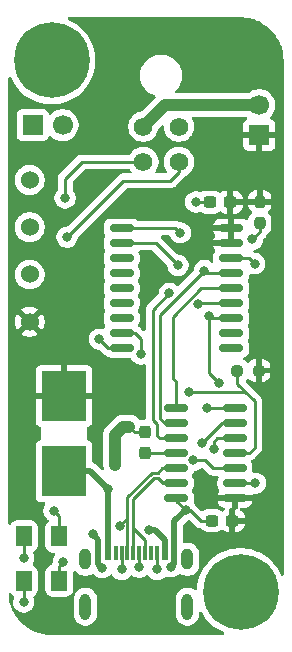
<source format=gtl>
G04 #@! TF.GenerationSoftware,KiCad,Pcbnew,9.0.7*
G04 #@! TF.CreationDate,2026-01-28T00:58:45-05:00*
G04 #@! TF.ProjectId,usbdbg,75736264-6267-42e6-9b69-6361645f7063,rev?*
G04 #@! TF.SameCoordinates,Original*
G04 #@! TF.FileFunction,Copper,L1,Top*
G04 #@! TF.FilePolarity,Positive*
%FSLAX46Y46*%
G04 Gerber Fmt 4.6, Leading zero omitted, Abs format (unit mm)*
G04 Created by KiCad (PCBNEW 9.0.7) date 2026-01-28 00:58:45*
%MOMM*%
%LPD*%
G01*
G04 APERTURE LIST*
G04 Aperture macros list*
%AMRoundRect*
0 Rectangle with rounded corners*
0 $1 Rounding radius*
0 $2 $3 $4 $5 $6 $7 $8 $9 X,Y pos of 4 corners*
0 Add a 4 corners polygon primitive as box body*
4,1,4,$2,$3,$4,$5,$6,$7,$8,$9,$2,$3,0*
0 Add four circle primitives for the rounded corners*
1,1,$1+$1,$2,$3*
1,1,$1+$1,$4,$5*
1,1,$1+$1,$6,$7*
1,1,$1+$1,$8,$9*
0 Add four rect primitives between the rounded corners*
20,1,$1+$1,$2,$3,$4,$5,0*
20,1,$1+$1,$4,$5,$6,$7,0*
20,1,$1+$1,$6,$7,$8,$9,0*
20,1,$1+$1,$8,$9,$2,$3,0*%
G04 Aperture macros list end*
G04 #@! TA.AperFunction,SMDPad,CuDef*
%ADD10RoundRect,0.237500X0.237500X-0.300000X0.237500X0.300000X-0.237500X0.300000X-0.237500X-0.300000X0*%
G04 #@! TD*
G04 #@! TA.AperFunction,ComponentPad*
%ADD11C,1.530000*%
G04 #@! TD*
G04 #@! TA.AperFunction,ComponentPad*
%ADD12C,0.800000*%
G04 #@! TD*
G04 #@! TA.AperFunction,ComponentPad*
%ADD13C,6.400000*%
G04 #@! TD*
G04 #@! TA.AperFunction,SMDPad,CuDef*
%ADD14RoundRect,0.237500X0.250000X0.237500X-0.250000X0.237500X-0.250000X-0.237500X0.250000X-0.237500X0*%
G04 #@! TD*
G04 #@! TA.AperFunction,SMDPad,CuDef*
%ADD15RoundRect,0.150000X-0.875000X-0.150000X0.875000X-0.150000X0.875000X0.150000X-0.875000X0.150000X0*%
G04 #@! TD*
G04 #@! TA.AperFunction,SMDPad,CuDef*
%ADD16RoundRect,0.150000X0.825000X0.150000X-0.825000X0.150000X-0.825000X-0.150000X0.825000X-0.150000X0*%
G04 #@! TD*
G04 #@! TA.AperFunction,ComponentPad*
%ADD17R,1.700000X1.700000*%
G04 #@! TD*
G04 #@! TA.AperFunction,ComponentPad*
%ADD18C,1.700000*%
G04 #@! TD*
G04 #@! TA.AperFunction,WasherPad*
%ADD19O,0.990600X1.803400*%
G04 #@! TD*
G04 #@! TA.AperFunction,WasherPad*
%ADD20O,0.990600X2.209800*%
G04 #@! TD*
G04 #@! TA.AperFunction,SMDPad,CuDef*
%ADD21R,0.609600X1.143000*%
G04 #@! TD*
G04 #@! TA.AperFunction,SMDPad,CuDef*
%ADD22R,0.304800X1.143000*%
G04 #@! TD*
G04 #@! TA.AperFunction,SMDPad,CuDef*
%ADD23RoundRect,0.237500X0.300000X0.237500X-0.300000X0.237500X-0.300000X-0.237500X0.300000X-0.237500X0*%
G04 #@! TD*
G04 #@! TA.AperFunction,SMDPad,CuDef*
%ADD24RoundRect,0.237500X-0.237500X0.250000X-0.237500X-0.250000X0.237500X-0.250000X0.237500X0.250000X0*%
G04 #@! TD*
G04 #@! TA.AperFunction,SMDPad,CuDef*
%ADD25RoundRect,0.250001X0.462499X0.624999X-0.462499X0.624999X-0.462499X-0.624999X0.462499X-0.624999X0*%
G04 #@! TD*
G04 #@! TA.AperFunction,SMDPad,CuDef*
%ADD26R,3.810000X4.241800*%
G04 #@! TD*
G04 #@! TA.AperFunction,ComponentPad*
%ADD27C,1.574800*%
G04 #@! TD*
G04 #@! TA.AperFunction,ViaPad*
%ADD28C,0.800000*%
G04 #@! TD*
G04 #@! TA.AperFunction,Conductor*
%ADD29C,0.250000*%
G04 #@! TD*
G04 #@! TA.AperFunction,Conductor*
%ADD30C,1.000000*%
G04 #@! TD*
G04 #@! TA.AperFunction,Conductor*
%ADD31C,0.500000*%
G04 #@! TD*
G04 APERTURE END LIST*
D10*
G04 #@! TO.P,C2,1*
G04 #@! TO.N,Net-(U1-VUSB3V3)*
X186350000Y-61862500D03*
G04 #@! TO.P,C2,2*
G04 #@! TO.N,GND*
X186350000Y-60137500D03*
G04 #@! TD*
D11*
G04 #@! TO.P,GND,1,1*
G04 #@! TO.N,GND*
X176600000Y-38775000D03*
G04 #@! TD*
D12*
G04 #@! TO.P,H1,1,1*
G04 #@! TO.N,GND*
X176050000Y-28650000D03*
X176752944Y-26952944D03*
X176752944Y-30347056D03*
X178450000Y-26250000D03*
D13*
X178450000Y-28650000D03*
D12*
X178450000Y-31050000D03*
X180147056Y-26952944D03*
X180147056Y-30347056D03*
X180850000Y-28650000D03*
G04 #@! TD*
D14*
G04 #@! TO.P,R3,1*
G04 #@! TO.N,+5V*
X195997302Y-54907807D03*
G04 #@! TO.P,R3,2*
G04 #@! TO.N,/~{MCLR}*
X194172302Y-54907807D03*
G04 #@! TD*
D15*
G04 #@! TO.P,U2,1,TXCAN*
G04 #@! TO.N,Net-(U2-TXCAN)*
X184375000Y-42845000D03*
G04 #@! TO.P,U2,2,RXCAN*
G04 #@! TO.N,Net-(U2-RXCAN)*
X184375000Y-44115000D03*
G04 #@! TO.P,U2,3,CLKOUT*
G04 #@! TO.N,unconnected-(U2-CLKOUT-Pad3)*
X184375000Y-45385000D03*
G04 #@! TO.P,U2,4,~{TX0RTS}*
G04 #@! TO.N,unconnected-(U2-~{TX0RTS}-Pad4)*
X184375000Y-46655000D03*
G04 #@! TO.P,U2,5,~{TX1RTS}*
G04 #@! TO.N,unconnected-(U2-~{TX1RTS}-Pad5)*
X184375000Y-47925000D03*
G04 #@! TO.P,U2,6,~{TX2RTS}*
G04 #@! TO.N,unconnected-(U2-~{TX2RTS}-Pad6)*
X184375000Y-49195000D03*
G04 #@! TO.P,U2,7,OSC2*
G04 #@! TO.N,unconnected-(U2-OSC2-Pad7)*
X184375000Y-50465000D03*
G04 #@! TO.P,U2,8,OSC1*
G04 #@! TO.N,/CLKOUT*
X184375000Y-51735000D03*
G04 #@! TO.P,U2,9,VSS*
G04 #@! TO.N,GND*
X184375000Y-53005000D03*
G04 #@! TO.P,U2,10,~{RX1BF}*
G04 #@! TO.N,unconnected-(U2-~{RX1BF}-Pad10)*
X193675000Y-53005000D03*
G04 #@! TO.P,U2,11,~{RX0BF}*
G04 #@! TO.N,unconnected-(U2-~{RX0BF}-Pad11)*
X193675000Y-51735000D03*
G04 #@! TO.P,U2,12,~{INT}*
G04 #@! TO.N,/CAN_INT*
X193675000Y-50465000D03*
G04 #@! TO.P,U2,13,SCK*
G04 #@! TO.N,/ICSPDAT*
X193675000Y-49195000D03*
G04 #@! TO.P,U2,14,SI*
G04 #@! TO.N,/MOSI*
X193675000Y-47925000D03*
G04 #@! TO.P,U2,15,SO*
G04 #@! TO.N,/ICSPCLK*
X193675000Y-46655000D03*
G04 #@! TO.P,U2,16,~{CS}*
G04 #@! TO.N,/CS*
X193675000Y-45385000D03*
G04 #@! TO.P,U2,17,~{RESET}*
G04 #@! TO.N,+5V*
X193675000Y-44115000D03*
G04 #@! TO.P,U2,18,VDD*
X193675000Y-42845000D03*
G04 #@! TD*
D16*
G04 #@! TO.P,U1,1,VDD*
G04 #@! TO.N,+5V*
X193975000Y-65724900D03*
G04 #@! TO.P,U1,2,RA5*
G04 #@! TO.N,/CAN_INT*
X193975000Y-64454900D03*
G04 #@! TO.P,U1,3,RA4*
G04 #@! TO.N,/CLKOUT*
X193975000Y-63184900D03*
G04 #@! TO.P,U1,4,RA3/~{MCLR}*
G04 #@! TO.N,/~{MCLR}*
X193975000Y-61914900D03*
G04 #@! TO.P,U1,5,RC5*
G04 #@! TO.N,Net-(D2-K)*
X193975000Y-60644900D03*
G04 #@! TO.P,U1,6,RC4*
G04 #@! TO.N,Net-(D1-K)*
X193975000Y-59374900D03*
G04 #@! TO.P,U1,7,RC3*
G04 #@! TO.N,/CS*
X193975000Y-58104900D03*
G04 #@! TO.P,U1,8,RC2*
G04 #@! TO.N,/MOSI*
X189025000Y-58104900D03*
G04 #@! TO.P,U1,9,RC1/ICSPCLK*
G04 #@! TO.N,/ICSPCLK*
X189025000Y-59374900D03*
G04 #@! TO.P,U1,10,RC0/ICSPDAT*
G04 #@! TO.N,/ICSPDAT*
X189025000Y-60644900D03*
G04 #@! TO.P,U1,11,VUSB3V3*
G04 #@! TO.N,Net-(U1-VUSB3V3)*
X189025000Y-61914900D03*
G04 #@! TO.P,U1,12,RA1/D-*
G04 #@! TO.N,/USB_D-*
X189025000Y-63184900D03*
G04 #@! TO.P,U1,13,RA0/D+*
G04 #@! TO.N,/USB_D+*
X189025000Y-64454900D03*
G04 #@! TO.P,U1,14,VSS*
G04 #@! TO.N,GND*
X189025000Y-65724900D03*
G04 #@! TD*
D17*
G04 #@! TO.P,PWR,1,A*
G04 #@! TO.N,+5V*
X196037200Y-34975800D03*
D18*
G04 #@! TO.P,PWR,2,B*
G04 #@! TO.N,Net-(J3-Pin_1)*
X196037200Y-32435800D03*
G04 #@! TD*
D11*
G04 #@! TO.P,5V,1,1*
G04 #@! TO.N,+5V*
X176600000Y-50775000D03*
G04 #@! TD*
D19*
G04 #@! TO.P,J4,*
G04 #@! TO.N,*
X181305000Y-70895050D03*
D20*
X181305000Y-74895051D03*
D19*
X189945000Y-70895050D03*
D20*
X189945000Y-74895051D03*
D21*
G04 #@! TO.P,J4,A1,GND*
G04 #@! TO.N,GND*
X182424999Y-70320051D03*
G04 #@! TO.P,J4,A4,VBUS*
G04 #@! TO.N,Net-(F1-Pad2)*
X183225000Y-70320051D03*
D22*
G04 #@! TO.P,J4,A5,CC1*
G04 #@! TO.N,Net-(J4-CC1)*
X184375000Y-70320051D03*
G04 #@! TO.P,J4,A6,D+*
G04 #@! TO.N,/USB_D+*
X185375000Y-70320051D03*
G04 #@! TO.P,J4,A7,D-*
G04 #@! TO.N,/USB_D-*
X185875000Y-70320051D03*
G04 #@! TO.P,J4,A8*
G04 #@! TO.N,N/C*
X186875000Y-70320051D03*
D21*
G04 #@! TO.P,J4,A9,VBUS*
G04 #@! TO.N,Net-(F1-Pad2)*
X188025000Y-70320051D03*
G04 #@! TO.P,J4,A12,GND*
G04 #@! TO.N,GND*
X188824999Y-70320051D03*
D22*
G04 #@! TO.P,J4,B5,CC2*
G04 #@! TO.N,Net-(J4-CC2)*
X187375060Y-70320051D03*
G04 #@! TO.P,J4,B6,D+*
G04 #@! TO.N,/USB_D+*
X186375059Y-70320051D03*
G04 #@! TO.P,J4,B7,D-*
G04 #@! TO.N,/USB_D-*
X184875060Y-70320051D03*
G04 #@! TO.P,J4,B8*
G04 #@! TO.N,N/C*
X183875059Y-70320051D03*
G04 #@! TD*
D23*
G04 #@! TO.P,C3,1*
G04 #@! TO.N,+5V*
X193597700Y-40650000D03*
G04 #@! TO.P,C3,2*
G04 #@! TO.N,GND*
X191872700Y-40650000D03*
G04 #@! TD*
D24*
G04 #@! TO.P,R4,1*
G04 #@! TO.N,+5V*
X196088000Y-40616500D03*
G04 #@! TO.P,R4,2*
G04 #@! TO.N,/CAN_INT*
X196088000Y-42441500D03*
G04 #@! TD*
D25*
G04 #@! TO.P,D2,1,K*
G04 #@! TO.N,Net-(D2-K)*
X179087500Y-72725000D03*
G04 #@! TO.P,D2,2,A*
G04 #@! TO.N,Net-(D2-A)*
X176112500Y-72725000D03*
G04 #@! TD*
G04 #@! TO.P,D1,1,K*
G04 #@! TO.N,Net-(D1-K)*
X179087500Y-68950000D03*
G04 #@! TO.P,D1,2,A*
G04 #@! TO.N,Net-(D1-A)*
X176112500Y-68950000D03*
G04 #@! TD*
D23*
G04 #@! TO.P,C1,1*
G04 #@! TO.N,+5V*
X193762500Y-67625000D03*
G04 #@! TO.P,C1,2*
G04 #@! TO.N,GND*
X192037500Y-67625000D03*
G04 #@! TD*
D12*
G04 #@! TO.P,H2,1,1*
G04 #@! TO.N,GND*
X192050001Y-73650001D03*
X192752945Y-71952945D03*
X192752945Y-75347057D03*
X194450001Y-71250001D03*
D13*
X194450001Y-73650001D03*
D12*
X194450001Y-76050001D03*
X196147057Y-71952945D03*
X196147057Y-75347057D03*
X196850001Y-73650001D03*
G04 #@! TD*
D17*
G04 #@! TO.P,TERM,1,A*
G04 #@! TO.N,Net-(JP1-A)*
X176855529Y-34128245D03*
D18*
G04 #@! TO.P,TERM,2,B*
G04 #@! TO.N,/CANL*
X179395529Y-34128245D03*
G04 #@! TD*
D11*
G04 #@! TO.P,CANH,1,1*
G04 #@! TO.N,/CANH*
X176600000Y-42775000D03*
G04 #@! TD*
G04 #@! TO.P,CANL,1,1*
G04 #@! TO.N,/CANL*
X176600000Y-46775000D03*
G04 #@! TD*
D26*
G04 #@! TO.P,F1,1*
G04 #@! TO.N,+5V*
X179500000Y-57062300D03*
G04 #@! TO.P,F1,2*
G04 #@! TO.N,Net-(F1-Pad2)*
X179500000Y-63437700D03*
G04 #@! TD*
D27*
G04 #@! TO.P,J3,1,Pin_1*
G04 #@! TO.N,Net-(J3-Pin_1)*
X186225000Y-34250000D03*
G04 #@! TO.P,J3,2,Pin_2*
G04 #@! TO.N,GND*
X189224999Y-34250000D03*
G04 #@! TO.P,J3,3,Pin_3*
G04 #@! TO.N,/CANH*
X186225000Y-37249999D03*
G04 #@! TO.P,J3,4,Pin_4*
G04 #@! TO.N,/CANL*
X189224999Y-37249999D03*
G04 #@! TD*
D28*
G04 #@! TO.N,GND*
X183819800Y-62915800D03*
G04 #@! TO.N,+5V*
X177575000Y-67500000D03*
X184600000Y-54950000D03*
X179200000Y-74475000D03*
X181300000Y-46800000D03*
G04 #@! TO.N,GND*
X182500000Y-52250000D03*
X185050000Y-59650000D03*
X189800000Y-66700000D03*
X182750000Y-71600000D03*
X181925000Y-68775000D03*
X190652400Y-40640000D03*
X188575000Y-71525000D03*
G04 #@! TO.N,Net-(D1-K)*
X178650000Y-66775000D03*
X191200000Y-61050000D03*
G04 #@! TO.N,Net-(D1-A)*
X176100000Y-70775000D03*
G04 #@! TO.N,Net-(D2-K)*
X192175000Y-61575000D03*
X179450000Y-71100000D03*
G04 #@! TO.N,Net-(D2-A)*
X176100000Y-74500000D03*
G04 #@! TO.N,/~{MCLR}*
X190100000Y-56700000D03*
G04 #@! TO.N,/ICSPDAT*
X188435084Y-48385084D03*
X190850000Y-49250000D03*
G04 #@! TO.N,/ICSPCLK*
X191400000Y-46450000D03*
G04 #@! TO.N,/USB_D-*
X185875000Y-71550000D03*
X184225000Y-68050000D03*
G04 #@! TO.N,/CANH*
X179600000Y-40300000D03*
G04 #@! TO.N,/CANL*
X179759500Y-43615500D03*
G04 #@! TO.N,/CAN_INT*
X192625000Y-55971800D03*
X195450000Y-43800000D03*
X191750000Y-50250000D03*
X195700000Y-64450000D03*
G04 #@! TO.N,/CLKOUT*
X190459938Y-62507788D03*
X186000000Y-53500000D03*
G04 #@! TO.N,/CS*
X195650000Y-45850000D03*
X191628200Y-58100000D03*
G04 #@! TO.N,Net-(U2-RXCAN)*
X189150000Y-46000000D03*
G04 #@! TO.N,Net-(U2-TXCAN)*
X189350000Y-43250000D03*
G04 #@! TO.N,Net-(F1-Pad2)*
X183225000Y-64950000D03*
X186675000Y-68400000D03*
G04 #@! TO.N,Net-(J4-CC1)*
X184375000Y-71750000D03*
G04 #@! TO.N,Net-(J4-CC2)*
X187375000Y-71750000D03*
G04 #@! TD*
D29*
G04 #@! TO.N,GND*
X190662400Y-40650000D02*
X190652400Y-40640000D01*
X191872700Y-40650000D02*
X190662400Y-40650000D01*
D30*
G04 #@! TO.N,Net-(J3-Pin_1)*
X188039200Y-32435800D02*
X186225000Y-34250000D01*
X196037200Y-32435800D02*
X188039200Y-32435800D01*
G04 #@! TO.N,GND*
X183819800Y-60350400D02*
X183819800Y-62915800D01*
X183997600Y-60172600D02*
X183819800Y-60350400D01*
X184520200Y-59650000D02*
X183997600Y-60172600D01*
X185050000Y-59650000D02*
X184520200Y-59650000D01*
D29*
G04 #@! TO.N,/CAN_INT*
X196088000Y-43162000D02*
X195450000Y-43800000D01*
X196088000Y-42441500D02*
X196088000Y-43162000D01*
G04 #@! TO.N,/CANL*
X189250000Y-37275000D02*
X189224999Y-37249999D01*
X188475000Y-38850000D02*
X189250000Y-38075000D01*
X189250000Y-38075000D02*
X189250000Y-37275000D01*
X184525000Y-38850000D02*
X188475000Y-38850000D01*
X179759500Y-43615500D02*
X184525000Y-38850000D01*
D31*
G04 #@! TO.N,GND*
X188824999Y-67675001D02*
X189800000Y-66700000D01*
D29*
X191075000Y-67625000D02*
X192037500Y-67625000D01*
D31*
X182424999Y-69274999D02*
X181925000Y-68775000D01*
D29*
X189800000Y-66700000D02*
X189850000Y-66750000D01*
D31*
X188824999Y-70320051D02*
X188824999Y-71275001D01*
X182424999Y-70320051D02*
X182424999Y-69274999D01*
X188824999Y-70320051D02*
X188824999Y-67675001D01*
D29*
X185537500Y-60137500D02*
X185050000Y-59650000D01*
D31*
X188824999Y-71275001D02*
X188575000Y-71525000D01*
X182424999Y-70320051D02*
X182424999Y-71274999D01*
D29*
X190200000Y-66750000D02*
X191075000Y-67625000D01*
D31*
X182424999Y-71274999D02*
X182750000Y-71600000D01*
D29*
X186350000Y-60137500D02*
X185537500Y-60137500D01*
X189800000Y-66700000D02*
X189025000Y-65925000D01*
X183255000Y-53005000D02*
X182500000Y-52250000D01*
X189025000Y-65925000D02*
X189025000Y-65724900D01*
X184375000Y-53005000D02*
X183255000Y-53005000D01*
X189850000Y-66750000D02*
X190200000Y-66750000D01*
G04 #@! TO.N,Net-(U1-VUSB3V3)*
X189025000Y-61914900D02*
X186402400Y-61914900D01*
X186402400Y-61914900D02*
X186350000Y-61862500D01*
G04 #@! TO.N,Net-(D1-K)*
X192875100Y-59374900D02*
X193975000Y-59374900D01*
X178650000Y-66775000D02*
X179087500Y-67212500D01*
X191200000Y-61050000D02*
X192875100Y-59374900D01*
X179087500Y-67212500D02*
X179087500Y-68950000D01*
G04 #@! TO.N,Net-(D1-A)*
X176112500Y-70362500D02*
X176112500Y-68950000D01*
X176100000Y-70775000D02*
X176100000Y-70375000D01*
X176100000Y-70375000D02*
X176112500Y-70362500D01*
G04 #@! TO.N,Net-(D2-K)*
X192175000Y-61575000D02*
X192175000Y-60975000D01*
X179087500Y-71462500D02*
X179087500Y-72725000D01*
X192500000Y-60650000D02*
X193969900Y-60650000D01*
X179450000Y-71100000D02*
X179087500Y-71462500D01*
X193969900Y-60650000D02*
X193975000Y-60644900D01*
X192175000Y-60975000D02*
X192500000Y-60650000D01*
G04 #@! TO.N,Net-(D2-A)*
X176100000Y-72737500D02*
X176112500Y-72725000D01*
X176100000Y-74500000D02*
X176100000Y-72737500D01*
G04 #@! TO.N,/~{MCLR}*
X194172302Y-56022302D02*
X195650000Y-57500000D01*
X195164900Y-61914900D02*
X193975000Y-61914900D01*
X195650000Y-61429800D02*
X195164900Y-61914900D01*
X190100000Y-56700000D02*
X194850000Y-56700000D01*
X195650000Y-57500000D02*
X195650000Y-61429800D01*
X194172302Y-54907807D02*
X194172302Y-56022302D01*
X194850000Y-56700000D02*
X195650000Y-57500000D01*
G04 #@! TO.N,/ICSPDAT*
X189025000Y-60644900D02*
X187594900Y-60644900D01*
X187050000Y-49770168D02*
X188435084Y-48385084D01*
X187400000Y-59450000D02*
X187050000Y-59100000D01*
X187050000Y-59100000D02*
X187050000Y-58550000D01*
X187400000Y-60450000D02*
X187400000Y-59450000D01*
X187050000Y-58550000D02*
X187050000Y-49770168D01*
X190850000Y-49250000D02*
X190905000Y-49195000D01*
X190905000Y-49195000D02*
X193675000Y-49195000D01*
X187594900Y-60644900D02*
X187400000Y-60450000D01*
G04 #@! TO.N,/ICSPCLK*
X187650000Y-58974899D02*
X187650000Y-50200000D01*
X187650000Y-50200000D02*
X191400000Y-46450000D01*
X188050001Y-59374900D02*
X187650000Y-58974899D01*
X191605000Y-46655000D02*
X193675000Y-46655000D01*
X189025000Y-59374900D02*
X188050001Y-59374900D01*
X191400000Y-46450000D02*
X191605000Y-46655000D01*
G04 #@! TO.N,/USB_D-*
X189025000Y-63184900D02*
X187840100Y-63184900D01*
X186932664Y-63575000D02*
X184875060Y-65632604D01*
X184875060Y-67399940D02*
X184875060Y-70320051D01*
X187840100Y-63184900D02*
X187450000Y-63575000D01*
X185875000Y-70320051D02*
X185875000Y-71550000D01*
X184875060Y-65632604D02*
X184875060Y-67399940D01*
X184225000Y-68050000D02*
X184875060Y-67399940D01*
X187450000Y-63575000D02*
X186932664Y-63575000D01*
G04 #@! TO.N,/USB_D+*
X187854900Y-64454900D02*
X187429200Y-64029200D01*
X185375000Y-68250000D02*
X186375059Y-69250059D01*
X187120800Y-64029200D02*
X185375000Y-65775000D01*
X187429200Y-64029200D02*
X187120800Y-64029200D01*
X185375000Y-68250000D02*
X185375000Y-70320051D01*
X185375000Y-65775000D02*
X185375000Y-68250000D01*
X189025000Y-64454900D02*
X187854900Y-64454900D01*
X186375059Y-69250059D02*
X186375059Y-70320051D01*
G04 #@! TO.N,/CANH*
X179600000Y-40300000D02*
X179600000Y-38650000D01*
X181000001Y-37249999D02*
X186225000Y-37249999D01*
X179600000Y-38650000D02*
X181000001Y-37249999D01*
G04 #@! TO.N,/CAN_INT*
X195700000Y-64450000D02*
X193979900Y-64450000D01*
X191965000Y-50465000D02*
X193675000Y-50465000D01*
X191750000Y-55096800D02*
X191750000Y-50250000D01*
X191750000Y-50250000D02*
X191965000Y-50465000D01*
X192625000Y-55971800D02*
X191750000Y-55096800D01*
X193979900Y-64450000D02*
X193975000Y-64454900D01*
G04 #@! TO.N,/CLKOUT*
X191479588Y-62507788D02*
X192156700Y-63184900D01*
X185550000Y-51750000D02*
X184390000Y-51750000D01*
X186000000Y-53500000D02*
X186000000Y-52200000D01*
X190459938Y-62507788D02*
X191479588Y-62507788D01*
X186000000Y-52200000D02*
X185550000Y-51750000D01*
X192156700Y-63184900D02*
X193975000Y-63184900D01*
X184390000Y-51750000D02*
X184375000Y-51735000D01*
G04 #@! TO.N,/CS*
X191633100Y-58104900D02*
X193975000Y-58104900D01*
X195185000Y-45385000D02*
X193675000Y-45385000D01*
X191628200Y-58100000D02*
X191633100Y-58104900D01*
X195650000Y-45850000D02*
X195185000Y-45385000D01*
G04 #@! TO.N,/MOSI*
X188729200Y-55579200D02*
X189025000Y-55875000D01*
X193675000Y-47925000D02*
X191143755Y-47925000D01*
X191143755Y-47925000D02*
X188729200Y-50339555D01*
X189025000Y-55875000D02*
X189025000Y-58104900D01*
X188729200Y-50339555D02*
X188729200Y-55579200D01*
G04 #@! TO.N,Net-(U2-RXCAN)*
X189150000Y-46000000D02*
X187265000Y-44115000D01*
X187265000Y-44115000D02*
X184375000Y-44115000D01*
G04 #@! TO.N,Net-(U2-TXCAN)*
X188945000Y-42845000D02*
X184375000Y-42845000D01*
X189350000Y-43250000D02*
X188945000Y-42845000D01*
D31*
G04 #@! TO.N,Net-(F1-Pad2)*
X183225000Y-70320051D02*
X183225000Y-64950000D01*
X188025000Y-69250000D02*
X188025000Y-70320051D01*
X187175000Y-68400000D02*
X188025000Y-69250000D01*
X181712700Y-63437700D02*
X179500000Y-63437700D01*
X186675000Y-68400000D02*
X187175000Y-68400000D01*
X183225000Y-64950000D02*
X181712700Y-63437700D01*
D29*
G04 #@! TO.N,Net-(J4-CC1)*
X184375000Y-70320051D02*
X184375000Y-71750000D01*
G04 #@! TO.N,Net-(J4-CC2)*
X187375060Y-71749940D02*
X187375000Y-71750000D01*
X187375060Y-70320051D02*
X187375060Y-71749940D01*
G04 #@! TD*
G04 #@! TA.AperFunction,Conductor*
G04 #@! TO.N,+5V*
G36*
X194453033Y-25000649D02*
G01*
X194769771Y-25016209D01*
X194776547Y-25016731D01*
X194849882Y-25024438D01*
X194855006Y-25025088D01*
X195131308Y-25066074D01*
X195138862Y-25067436D01*
X195205332Y-25081564D01*
X195209631Y-25082559D01*
X195486939Y-25152021D01*
X195495103Y-25154367D01*
X195549191Y-25171941D01*
X195552561Y-25173091D01*
X195832822Y-25273371D01*
X195841469Y-25276837D01*
X195874916Y-25291729D01*
X195877478Y-25292905D01*
X195977156Y-25340048D01*
X196164868Y-25428830D01*
X196175591Y-25434562D01*
X196309937Y-25515086D01*
X196472324Y-25612417D01*
X196482439Y-25619175D01*
X196610775Y-25714355D01*
X196760329Y-25825272D01*
X196769735Y-25832992D01*
X197026079Y-26065329D01*
X197034670Y-26073920D01*
X197231808Y-26291428D01*
X197267007Y-26330264D01*
X197274727Y-26339670D01*
X197480822Y-26617557D01*
X197487582Y-26627675D01*
X197665431Y-26924398D01*
X197671168Y-26935130D01*
X197807085Y-27222502D01*
X197808269Y-27225082D01*
X197823161Y-27258529D01*
X197826633Y-27267191D01*
X197926885Y-27547374D01*
X197928065Y-27550832D01*
X197945630Y-27604893D01*
X197947983Y-27613081D01*
X198017433Y-27890343D01*
X198018439Y-27894691D01*
X198032559Y-27961120D01*
X198033927Y-27968706D01*
X198074903Y-28244938D01*
X198075566Y-28250171D01*
X198083263Y-28323401D01*
X198083793Y-28330279D01*
X198099351Y-28646967D01*
X198099500Y-28653051D01*
X198099500Y-72167408D01*
X198079815Y-72234447D01*
X198027011Y-72280202D01*
X197957853Y-72290146D01*
X197894297Y-72261121D01*
X197860939Y-72214861D01*
X197799248Y-72065925D01*
X197790734Y-72049997D01*
X197627860Y-71745280D01*
X197627859Y-71745278D01*
X197627854Y-71745269D01*
X197425855Y-71442957D01*
X197195198Y-71161900D01*
X197195197Y-71161899D01*
X197195193Y-71161894D01*
X196938107Y-70904808D01*
X196657050Y-70674151D01*
X196657049Y-70674150D01*
X196657045Y-70674147D01*
X196410516Y-70509421D01*
X196354739Y-70472152D01*
X196354738Y-70472151D01*
X196354733Y-70472148D01*
X196354728Y-70472145D01*
X196354721Y-70472141D01*
X196034084Y-70300757D01*
X196034079Y-70300755D01*
X195977282Y-70277229D01*
X195891392Y-70241652D01*
X195698166Y-70161615D01*
X195350224Y-70056068D01*
X195350213Y-70056065D01*
X194993631Y-69985138D01*
X194705933Y-69956803D01*
X194631795Y-69949501D01*
X194268207Y-69949501D01*
X194196394Y-69956574D01*
X193906370Y-69985138D01*
X193549788Y-70056065D01*
X193549777Y-70056068D01*
X193201835Y-70161615D01*
X192865922Y-70300755D01*
X192865917Y-70300757D01*
X192545280Y-70472141D01*
X192545262Y-70472152D01*
X192242965Y-70674141D01*
X192242951Y-70674151D01*
X191961894Y-70904808D01*
X191704808Y-71161894D01*
X191474151Y-71442951D01*
X191474141Y-71442965D01*
X191272152Y-71745262D01*
X191272141Y-71745280D01*
X191100757Y-72065917D01*
X191100755Y-72065922D01*
X190961615Y-72401835D01*
X190856068Y-72749777D01*
X190856065Y-72749788D01*
X190785138Y-73106370D01*
X190755256Y-73409774D01*
X190729095Y-73474561D01*
X190672061Y-73514920D01*
X190602261Y-73518037D01*
X190562962Y-73500722D01*
X190416694Y-73402988D01*
X190416684Y-73402983D01*
X190235464Y-73327919D01*
X190235456Y-73327917D01*
X190043081Y-73289651D01*
X190043078Y-73289651D01*
X189846922Y-73289651D01*
X189846919Y-73289651D01*
X189654543Y-73327917D01*
X189654535Y-73327919D01*
X189473315Y-73402983D01*
X189473305Y-73402988D01*
X189310215Y-73511962D01*
X189310211Y-73511965D01*
X189171514Y-73650662D01*
X189171511Y-73650666D01*
X189062537Y-73813756D01*
X189062532Y-73813766D01*
X188987468Y-73994986D01*
X188987466Y-73994994D01*
X188949200Y-74187368D01*
X188949200Y-75602733D01*
X188987466Y-75795107D01*
X188987468Y-75795115D01*
X189062532Y-75976335D01*
X189062537Y-75976345D01*
X189171511Y-76139435D01*
X189171514Y-76139439D01*
X189310211Y-76278136D01*
X189310215Y-76278139D01*
X189473305Y-76387113D01*
X189473309Y-76387115D01*
X189473312Y-76387117D01*
X189654536Y-76462183D01*
X189846917Y-76500450D01*
X189846920Y-76500451D01*
X189846922Y-76500451D01*
X190043080Y-76500451D01*
X190043081Y-76500450D01*
X190235464Y-76462183D01*
X190416688Y-76387117D01*
X190579785Y-76278139D01*
X190718488Y-76139436D01*
X190827466Y-75976339D01*
X190902532Y-75795115D01*
X190940800Y-75602729D01*
X190940800Y-75429859D01*
X190960485Y-75362820D01*
X191013289Y-75317065D01*
X191082447Y-75307121D01*
X191146003Y-75336146D01*
X191174158Y-75371406D01*
X191272141Y-75554721D01*
X191272152Y-75554739D01*
X191474141Y-75857036D01*
X191474151Y-75857050D01*
X191704808Y-76138107D01*
X191961894Y-76395193D01*
X191961899Y-76395197D01*
X191961900Y-76395198D01*
X192242957Y-76625855D01*
X192545269Y-76827854D01*
X192545278Y-76827859D01*
X192545280Y-76827860D01*
X192865917Y-76999244D01*
X192865919Y-76999244D01*
X192865925Y-76999248D01*
X193014861Y-77060939D01*
X193069264Y-77104780D01*
X193091329Y-77171074D01*
X193074050Y-77238773D01*
X193022913Y-77286384D01*
X192967408Y-77299500D01*
X178453051Y-77299500D01*
X178446967Y-77299351D01*
X178130279Y-77283793D01*
X178123401Y-77283263D01*
X178050171Y-77275566D01*
X178044938Y-77274903D01*
X177768706Y-77233927D01*
X177761120Y-77232559D01*
X177694691Y-77218439D01*
X177690343Y-77217433D01*
X177413081Y-77147983D01*
X177404893Y-77145630D01*
X177350832Y-77128065D01*
X177347374Y-77126885D01*
X177067191Y-77026633D01*
X177058529Y-77023161D01*
X177025082Y-77008269D01*
X177022502Y-77007085D01*
X176735130Y-76871168D01*
X176724398Y-76865431D01*
X176427675Y-76687582D01*
X176417557Y-76680822D01*
X176139670Y-76474727D01*
X176130264Y-76467007D01*
X176042119Y-76387117D01*
X175873920Y-76234670D01*
X175865329Y-76226079D01*
X175632992Y-75969735D01*
X175625272Y-75960329D01*
X175419177Y-75682442D01*
X175412417Y-75672324D01*
X175370706Y-75602733D01*
X175234562Y-75375591D01*
X175228830Y-75364868D01*
X175092913Y-75077496D01*
X175091729Y-75074916D01*
X175076837Y-75041469D01*
X175073371Y-75032822D01*
X175045676Y-74955422D01*
X175041625Y-74885673D01*
X175051935Y-74867376D01*
X175045404Y-74865833D01*
X175027240Y-74847009D01*
X175006512Y-74831055D01*
X175000043Y-74818823D01*
X174996889Y-74815554D01*
X174990016Y-74799863D01*
X174973084Y-74752541D01*
X174971933Y-74749166D01*
X174954368Y-74695105D01*
X174952021Y-74686939D01*
X174882559Y-74409631D01*
X174881559Y-74405307D01*
X174867436Y-74338862D01*
X174866074Y-74331308D01*
X174825088Y-74055006D01*
X174824438Y-74049882D01*
X174816731Y-73976547D01*
X174816208Y-73969768D01*
X174810930Y-73862321D01*
X174827302Y-73794399D01*
X174877798Y-73746109D01*
X174946385Y-73732784D01*
X175011289Y-73758656D01*
X175040317Y-73791140D01*
X175057289Y-73818655D01*
X175057290Y-73818656D01*
X175181344Y-73942710D01*
X175181348Y-73942713D01*
X175230698Y-73973153D01*
X175239457Y-73982891D01*
X175251107Y-73988887D01*
X175262373Y-74008369D01*
X175277423Y-74025101D01*
X175279526Y-74038030D01*
X175286085Y-74049371D01*
X175285030Y-74071852D01*
X175288644Y-74094063D01*
X175283424Y-74106076D01*
X175282810Y-74119164D01*
X175280162Y-74126143D01*
X175234106Y-74237332D01*
X175234103Y-74237341D01*
X175199500Y-74411304D01*
X175199500Y-74588695D01*
X175228381Y-74733888D01*
X175226049Y-74759939D01*
X175227567Y-74786055D01*
X175222985Y-74794184D01*
X175222154Y-74803479D01*
X175219235Y-74807235D01*
X175262681Y-74840675D01*
X175276989Y-74866197D01*
X175301985Y-74926544D01*
X175301990Y-74926553D01*
X175400535Y-75074034D01*
X175400538Y-75074038D01*
X175525961Y-75199461D01*
X175525965Y-75199464D01*
X175673446Y-75298009D01*
X175673459Y-75298016D01*
X175765515Y-75336146D01*
X175837334Y-75365894D01*
X175837336Y-75365894D01*
X175837341Y-75365896D01*
X176011304Y-75400499D01*
X176011307Y-75400500D01*
X176011309Y-75400500D01*
X176188693Y-75400500D01*
X176188694Y-75400499D01*
X176246682Y-75388964D01*
X176362658Y-75365896D01*
X176362661Y-75365894D01*
X176362666Y-75365894D01*
X176526547Y-75298013D01*
X176674035Y-75199464D01*
X176799464Y-75074035D01*
X176898013Y-74926547D01*
X176965894Y-74762666D01*
X176966437Y-74759939D01*
X177000499Y-74588695D01*
X177000500Y-74588693D01*
X177000500Y-74411306D01*
X177000499Y-74411304D01*
X176965896Y-74237341D01*
X176965893Y-74237332D01*
X176945198Y-74187368D01*
X180309200Y-74187368D01*
X180309200Y-75602733D01*
X180347466Y-75795107D01*
X180347468Y-75795115D01*
X180422532Y-75976335D01*
X180422537Y-75976345D01*
X180531511Y-76139435D01*
X180531514Y-76139439D01*
X180670211Y-76278136D01*
X180670215Y-76278139D01*
X180833305Y-76387113D01*
X180833309Y-76387115D01*
X180833312Y-76387117D01*
X181014536Y-76462183D01*
X181206917Y-76500450D01*
X181206920Y-76500451D01*
X181206922Y-76500451D01*
X181403080Y-76500451D01*
X181403081Y-76500450D01*
X181595464Y-76462183D01*
X181776688Y-76387117D01*
X181939785Y-76278139D01*
X182078488Y-76139436D01*
X182187466Y-75976339D01*
X182262532Y-75795115D01*
X182300800Y-75602729D01*
X182300800Y-74187373D01*
X182300800Y-74187370D01*
X182300799Y-74187368D01*
X182291064Y-74138425D01*
X182262532Y-73994987D01*
X182187466Y-73813763D01*
X182187464Y-73813760D01*
X182187462Y-73813756D01*
X182078488Y-73650666D01*
X182078485Y-73650662D01*
X181939788Y-73511965D01*
X181939784Y-73511962D01*
X181776694Y-73402988D01*
X181776684Y-73402983D01*
X181595464Y-73327919D01*
X181595456Y-73327917D01*
X181403081Y-73289651D01*
X181403078Y-73289651D01*
X181206922Y-73289651D01*
X181206919Y-73289651D01*
X181014543Y-73327917D01*
X181014535Y-73327919D01*
X180833315Y-73402983D01*
X180833305Y-73402988D01*
X180670215Y-73511962D01*
X180670211Y-73511965D01*
X180531514Y-73650662D01*
X180467399Y-73746615D01*
X180467391Y-73746629D01*
X180422534Y-73813763D01*
X180394111Y-73882380D01*
X180394102Y-73882398D01*
X180347469Y-73994982D01*
X180347466Y-73994994D01*
X180309200Y-74187368D01*
X176945198Y-74187368D01*
X176924925Y-74138425D01*
X176917456Y-74068956D01*
X176948732Y-74006477D01*
X176974383Y-73985438D01*
X177043655Y-73942711D01*
X177167711Y-73818655D01*
X177259814Y-73669334D01*
X177314999Y-73502797D01*
X177325500Y-73400008D01*
X177325500Y-72049992D01*
X177314999Y-71947203D01*
X177259814Y-71780666D01*
X177255174Y-71773144D01*
X177167713Y-71631348D01*
X177167710Y-71631344D01*
X177043655Y-71507289D01*
X177043651Y-71507286D01*
X176905299Y-71421949D01*
X176858574Y-71370001D01*
X176847353Y-71301039D01*
X176867293Y-71247521D01*
X176898013Y-71201547D01*
X176965894Y-71037666D01*
X177000500Y-70863691D01*
X177000500Y-70686309D01*
X177000500Y-70686306D01*
X177000499Y-70686304D01*
X176965896Y-70512341D01*
X176965893Y-70512332D01*
X176964544Y-70509076D01*
X176908428Y-70373599D01*
X176900960Y-70304131D01*
X176932235Y-70241652D01*
X176957887Y-70220613D01*
X177043655Y-70167711D01*
X177167711Y-70043655D01*
X177259814Y-69894334D01*
X177314999Y-69727797D01*
X177325500Y-69625008D01*
X177325500Y-68274992D01*
X177314999Y-68172203D01*
X177259814Y-68005666D01*
X177247602Y-67985868D01*
X177167713Y-67856348D01*
X177167710Y-67856344D01*
X177043655Y-67732289D01*
X177043651Y-67732286D01*
X176894337Y-67640187D01*
X176894335Y-67640186D01*
X176776320Y-67601080D01*
X176727797Y-67585001D01*
X176727795Y-67585000D01*
X176625015Y-67574500D01*
X176625008Y-67574500D01*
X175599992Y-67574500D01*
X175599984Y-67574500D01*
X175497204Y-67585000D01*
X175497203Y-67585001D01*
X175330664Y-67640186D01*
X175330662Y-67640187D01*
X175181348Y-67732286D01*
X175181344Y-67732289D01*
X175057288Y-67856345D01*
X175030038Y-67900525D01*
X174978090Y-67947249D01*
X174909127Y-67958470D01*
X174845045Y-67930626D01*
X174806190Y-67872557D01*
X174800500Y-67835427D01*
X174800500Y-61268935D01*
X177094500Y-61268935D01*
X177094500Y-65606470D01*
X177094501Y-65606476D01*
X177100908Y-65666083D01*
X177151202Y-65800928D01*
X177151206Y-65800935D01*
X177237452Y-65916144D01*
X177237455Y-65916147D01*
X177352664Y-66002393D01*
X177352671Y-66002397D01*
X177395610Y-66018412D01*
X177487517Y-66052691D01*
X177547127Y-66059100D01*
X177813340Y-66059099D01*
X177880378Y-66078783D01*
X177926133Y-66131587D01*
X177936077Y-66200746D01*
X177916441Y-66251990D01*
X177851990Y-66348446D01*
X177851983Y-66348459D01*
X177784106Y-66512332D01*
X177784103Y-66512341D01*
X177749500Y-66686304D01*
X177749500Y-66863695D01*
X177784103Y-67037658D01*
X177784106Y-67037667D01*
X177851983Y-67201540D01*
X177851990Y-67201553D01*
X177950535Y-67349034D01*
X177950538Y-67349038D01*
X178075961Y-67474461D01*
X178075965Y-67474464D01*
X178154645Y-67527037D01*
X178199450Y-67580649D01*
X178208157Y-67649974D01*
X178178002Y-67713002D01*
X178161322Y-67726935D01*
X178162012Y-67727808D01*
X178156344Y-67732289D01*
X178032289Y-67856344D01*
X178032286Y-67856348D01*
X177940187Y-68005662D01*
X177940186Y-68005664D01*
X177885001Y-68172203D01*
X177885000Y-68172204D01*
X177874500Y-68274984D01*
X177874500Y-69625015D01*
X177885000Y-69727795D01*
X177885001Y-69727796D01*
X177940186Y-69894335D01*
X177940187Y-69894337D01*
X178032286Y-70043651D01*
X178032289Y-70043655D01*
X178156344Y-70167710D01*
X178156348Y-70167713D01*
X178305662Y-70259812D01*
X178305664Y-70259813D01*
X178305666Y-70259814D01*
X178472203Y-70314999D01*
X178574992Y-70325500D01*
X178652877Y-70325500D01*
X178719916Y-70345185D01*
X178765671Y-70397989D01*
X178775615Y-70467147D01*
X178752384Y-70519873D01*
X178753920Y-70520900D01*
X178651990Y-70673446D01*
X178651983Y-70673459D01*
X178584106Y-70837332D01*
X178584103Y-70837341D01*
X178549500Y-71011304D01*
X178549500Y-71104636D01*
X178548217Y-71111434D01*
X178549026Y-71115463D01*
X178544735Y-71129884D01*
X178540973Y-71149826D01*
X178536498Y-71161259D01*
X178533188Y-71166214D01*
X178500759Y-71244506D01*
X178486037Y-71280048D01*
X178481929Y-71300699D01*
X178477927Y-71310927D01*
X178462993Y-71330223D01*
X178451684Y-71351842D01*
X178441116Y-71358491D01*
X178435164Y-71366182D01*
X178420781Y-71371285D01*
X178401459Y-71383443D01*
X178305662Y-71415187D01*
X178156348Y-71507286D01*
X178156344Y-71507289D01*
X178032289Y-71631344D01*
X178032286Y-71631348D01*
X177940187Y-71780662D01*
X177940186Y-71780664D01*
X177885001Y-71947203D01*
X177885000Y-71947204D01*
X177874500Y-72049984D01*
X177874500Y-73400015D01*
X177885000Y-73502795D01*
X177885001Y-73502797D01*
X177888039Y-73511965D01*
X177940186Y-73669335D01*
X177940187Y-73669337D01*
X178032286Y-73818651D01*
X178032289Y-73818655D01*
X178156344Y-73942710D01*
X178156348Y-73942713D01*
X178305662Y-74034812D01*
X178305664Y-74034813D01*
X178305666Y-74034814D01*
X178472203Y-74089999D01*
X178574992Y-74100500D01*
X178574997Y-74100500D01*
X179600003Y-74100500D01*
X179600008Y-74100500D01*
X179702797Y-74089999D01*
X179869334Y-74034814D01*
X180018655Y-73942711D01*
X180142711Y-73818655D01*
X180234814Y-73669334D01*
X180289999Y-73502797D01*
X180300500Y-73400008D01*
X180300500Y-72049992D01*
X180295787Y-72003862D01*
X180308556Y-71935172D01*
X180356435Y-71884287D01*
X180424225Y-71867365D01*
X180490402Y-71889780D01*
X180522246Y-71922369D01*
X180531509Y-71936232D01*
X180531514Y-71936238D01*
X180670211Y-72074935D01*
X180670215Y-72074938D01*
X180833305Y-72183912D01*
X180833309Y-72183914D01*
X180833312Y-72183916D01*
X181014536Y-72258982D01*
X181166196Y-72289149D01*
X181206917Y-72297249D01*
X181206920Y-72297250D01*
X181206922Y-72297250D01*
X181403080Y-72297250D01*
X181403081Y-72297249D01*
X181595464Y-72258982D01*
X181776688Y-72183916D01*
X181867472Y-72123255D01*
X181934149Y-72102378D01*
X182001529Y-72120862D01*
X182039465Y-72157466D01*
X182050538Y-72174038D01*
X182175961Y-72299461D01*
X182175965Y-72299464D01*
X182323446Y-72398009D01*
X182323459Y-72398016D01*
X182389813Y-72425500D01*
X182487334Y-72465894D01*
X182487336Y-72465894D01*
X182487341Y-72465896D01*
X182661304Y-72500499D01*
X182661307Y-72500500D01*
X182661309Y-72500500D01*
X182838693Y-72500500D01*
X182838694Y-72500499D01*
X182896682Y-72488964D01*
X183012658Y-72465896D01*
X183012661Y-72465894D01*
X183012666Y-72465894D01*
X183176547Y-72398013D01*
X183324035Y-72299464D01*
X183418063Y-72205435D01*
X183479384Y-72171952D01*
X183549076Y-72176936D01*
X183605010Y-72218807D01*
X183608845Y-72224227D01*
X183675535Y-72324034D01*
X183675538Y-72324038D01*
X183800961Y-72449461D01*
X183800965Y-72449464D01*
X183948446Y-72548009D01*
X183948459Y-72548016D01*
X184071363Y-72598923D01*
X184112334Y-72615894D01*
X184112336Y-72615894D01*
X184112341Y-72615896D01*
X184286304Y-72650499D01*
X184286307Y-72650500D01*
X184286309Y-72650500D01*
X184463693Y-72650500D01*
X184463694Y-72650499D01*
X184521682Y-72638964D01*
X184637658Y-72615896D01*
X184637661Y-72615894D01*
X184637666Y-72615894D01*
X184801547Y-72548013D01*
X184949035Y-72449464D01*
X185074464Y-72324035D01*
X185097774Y-72289149D01*
X185111113Y-72269187D01*
X185164725Y-72224381D01*
X185234050Y-72215674D01*
X185297077Y-72245828D01*
X185300578Y-72249147D01*
X185300965Y-72249464D01*
X185448446Y-72348009D01*
X185448459Y-72348016D01*
X185551978Y-72390894D01*
X185612334Y-72415894D01*
X185612336Y-72415894D01*
X185612341Y-72415896D01*
X185786304Y-72450499D01*
X185786307Y-72450500D01*
X185786309Y-72450500D01*
X185963693Y-72450500D01*
X185963694Y-72450499D01*
X186021682Y-72438964D01*
X186137658Y-72415896D01*
X186137661Y-72415894D01*
X186137666Y-72415894D01*
X186301547Y-72348013D01*
X186449035Y-72249464D01*
X186449042Y-72249456D01*
X186453739Y-72245603D01*
X186454713Y-72246790D01*
X186509408Y-72216914D01*
X186579100Y-72221888D01*
X186635040Y-72263751D01*
X186638886Y-72269185D01*
X186675535Y-72324034D01*
X186675538Y-72324038D01*
X186800961Y-72449461D01*
X186800965Y-72449464D01*
X186948446Y-72548009D01*
X186948459Y-72548016D01*
X187071363Y-72598923D01*
X187112334Y-72615894D01*
X187112336Y-72615894D01*
X187112341Y-72615896D01*
X187286304Y-72650499D01*
X187286307Y-72650500D01*
X187286309Y-72650500D01*
X187463693Y-72650500D01*
X187463694Y-72650499D01*
X187521682Y-72638964D01*
X187637658Y-72615896D01*
X187637661Y-72615894D01*
X187637666Y-72615894D01*
X187801547Y-72548013D01*
X187949035Y-72449464D01*
X188038271Y-72360227D01*
X188099592Y-72326743D01*
X188169283Y-72331727D01*
X188173403Y-72333348D01*
X188238301Y-72360229D01*
X188312334Y-72390894D01*
X188312336Y-72390894D01*
X188312341Y-72390896D01*
X188486304Y-72425499D01*
X188486307Y-72425500D01*
X188486309Y-72425500D01*
X188663693Y-72425500D01*
X188663694Y-72425499D01*
X188721682Y-72413964D01*
X188837658Y-72390896D01*
X188837661Y-72390894D01*
X188837666Y-72390894D01*
X188992542Y-72326743D01*
X189001540Y-72323016D01*
X189001540Y-72323015D01*
X189001547Y-72323013D01*
X189149035Y-72224464D01*
X189231271Y-72142227D01*
X189292592Y-72108743D01*
X189362283Y-72113727D01*
X189387842Y-72126807D01*
X189473305Y-72183912D01*
X189473309Y-72183914D01*
X189473312Y-72183916D01*
X189654536Y-72258982D01*
X189806196Y-72289149D01*
X189846917Y-72297249D01*
X189846920Y-72297250D01*
X189846922Y-72297250D01*
X190043080Y-72297250D01*
X190043081Y-72297249D01*
X190235464Y-72258982D01*
X190416688Y-72183916D01*
X190579785Y-72074938D01*
X190718488Y-71936235D01*
X190827466Y-71773138D01*
X190902532Y-71591914D01*
X190940800Y-71399528D01*
X190940800Y-70390572D01*
X190940800Y-70390569D01*
X190940799Y-70390567D01*
X190927204Y-70322222D01*
X190902532Y-70198186D01*
X190827466Y-70016962D01*
X190827464Y-70016959D01*
X190827462Y-70016955D01*
X190718488Y-69853865D01*
X190718485Y-69853861D01*
X190579788Y-69715164D01*
X190579784Y-69715161D01*
X190416694Y-69606187D01*
X190416684Y-69606182D01*
X190235464Y-69531118D01*
X190235456Y-69531116D01*
X190043081Y-69492850D01*
X190043078Y-69492850D01*
X189846922Y-69492850D01*
X189846917Y-69492850D01*
X189723690Y-69517361D01*
X189654098Y-69511134D01*
X189598921Y-69468270D01*
X189575677Y-69402380D01*
X189575499Y-69395744D01*
X189575499Y-68037230D01*
X189595184Y-67970191D01*
X189611818Y-67949549D01*
X189760366Y-67801001D01*
X189952192Y-67609174D01*
X189968784Y-67600114D01*
X189982394Y-67586982D01*
X190011894Y-67576574D01*
X190013513Y-67575691D01*
X190015635Y-67575248D01*
X190054911Y-67567436D01*
X190124499Y-67573662D01*
X190166782Y-67601372D01*
X190586016Y-68020606D01*
X190586045Y-68020637D01*
X190676263Y-68110855D01*
X190676271Y-68110861D01*
X190734494Y-68149765D01*
X190734500Y-68149768D01*
X190739961Y-68153417D01*
X190778715Y-68179312D01*
X190830991Y-68200965D01*
X190892548Y-68226463D01*
X190914785Y-68230886D01*
X191013391Y-68250499D01*
X191013392Y-68250500D01*
X191013393Y-68250500D01*
X191013394Y-68250500D01*
X191040519Y-68250500D01*
X191107558Y-68270185D01*
X191146058Y-68309404D01*
X191154660Y-68323350D01*
X191276650Y-68445340D01*
X191423484Y-68535908D01*
X191587247Y-68590174D01*
X191688323Y-68600500D01*
X192386676Y-68600499D01*
X192386684Y-68600498D01*
X192386687Y-68600498D01*
X192442030Y-68594844D01*
X192487753Y-68590174D01*
X192651516Y-68535908D01*
X192798350Y-68445340D01*
X192812671Y-68431018D01*
X192873989Y-68397533D01*
X192943681Y-68402514D01*
X192988034Y-68431017D01*
X193001961Y-68444944D01*
X193001965Y-68444947D01*
X193148688Y-68535448D01*
X193148699Y-68535453D01*
X193312347Y-68589680D01*
X193413351Y-68599999D01*
X194012500Y-68599999D01*
X194111640Y-68599999D01*
X194111654Y-68599998D01*
X194212652Y-68589680D01*
X194376300Y-68535453D01*
X194376311Y-68535448D01*
X194523034Y-68444947D01*
X194523038Y-68444944D01*
X194644944Y-68323038D01*
X194644947Y-68323034D01*
X194735448Y-68176311D01*
X194735453Y-68176300D01*
X194789680Y-68012652D01*
X194799999Y-67911654D01*
X194800000Y-67911641D01*
X194800000Y-67875000D01*
X194012500Y-67875000D01*
X194012500Y-68599999D01*
X193413351Y-68599999D01*
X193512500Y-68599998D01*
X193512500Y-66692195D01*
X194012500Y-66692195D01*
X194012500Y-67375000D01*
X194799999Y-67375000D01*
X194799999Y-67338360D01*
X194799998Y-67338345D01*
X194789680Y-67237347D01*
X194735453Y-67073699D01*
X194735448Y-67073688D01*
X194644947Y-66926965D01*
X194644944Y-66926961D01*
X194523037Y-66805054D01*
X194440976Y-66754438D01*
X194394252Y-66702490D01*
X194383031Y-66633527D01*
X194410874Y-66569445D01*
X194468943Y-66530590D01*
X194506074Y-66524900D01*
X194865634Y-66524900D01*
X194865649Y-66524899D01*
X194902489Y-66522000D01*
X194902495Y-66521999D01*
X195060193Y-66476183D01*
X195060196Y-66476182D01*
X195201552Y-66392585D01*
X195201561Y-66392578D01*
X195317678Y-66276461D01*
X195317685Y-66276452D01*
X195401281Y-66135098D01*
X195447100Y-65977386D01*
X195447295Y-65974901D01*
X195447295Y-65974900D01*
X194225000Y-65974900D01*
X194225000Y-66530900D01*
X194205315Y-66597939D01*
X194152511Y-66643694D01*
X194141108Y-66648234D01*
X194012500Y-66692195D01*
X193512500Y-66692195D01*
X193512500Y-66644000D01*
X193532185Y-66576961D01*
X193584989Y-66531206D01*
X193609351Y-66523008D01*
X193725000Y-66497058D01*
X193725000Y-65974900D01*
X192502705Y-65974900D01*
X192502704Y-65974901D01*
X192502899Y-65977386D01*
X192548718Y-66135098D01*
X192632314Y-66276452D01*
X192632321Y-66276461D01*
X192748438Y-66392578D01*
X192748447Y-66392585D01*
X192889803Y-66476182D01*
X192889806Y-66476183D01*
X193047502Y-66521998D01*
X193048792Y-66522234D01*
X193049446Y-66522563D01*
X193053593Y-66523768D01*
X193053369Y-66524537D01*
X193068607Y-66532205D01*
X193090084Y-66537750D01*
X193099207Y-66547603D01*
X193111205Y-66553641D01*
X193122484Y-66572743D01*
X193137553Y-66589018D01*
X193139901Y-66602239D01*
X193146730Y-66613805D01*
X193145891Y-66635970D01*
X193149770Y-66657811D01*
X193144595Y-66670205D01*
X193144088Y-66683625D01*
X193131398Y-66701818D01*
X193122854Y-66722288D01*
X193108035Y-66735316D01*
X193104119Y-66740933D01*
X193096957Y-66746267D01*
X192970793Y-66833351D01*
X192947883Y-66840906D01*
X192926708Y-66852468D01*
X192915300Y-66851651D01*
X192904438Y-66855234D01*
X192881080Y-66849203D01*
X192857016Y-66847482D01*
X192845336Y-66839975D01*
X192836786Y-66837768D01*
X192829267Y-66829648D01*
X192812672Y-66818982D01*
X192798351Y-66804661D01*
X192798350Y-66804660D01*
X192651516Y-66714092D01*
X192487753Y-66659826D01*
X192487751Y-66659825D01*
X192386678Y-66649500D01*
X191688330Y-66649500D01*
X191688312Y-66649501D01*
X191587247Y-66659825D01*
X191423484Y-66714092D01*
X191423477Y-66714095D01*
X191275115Y-66805606D01*
X191207723Y-66824046D01*
X191141060Y-66803123D01*
X191122338Y-66787748D01*
X190690460Y-66355870D01*
X190685860Y-66351270D01*
X190685858Y-66351267D01*
X190598733Y-66264142D01*
X190595784Y-66262171D01*
X190589021Y-66255478D01*
X190586576Y-66251056D01*
X190573144Y-66236234D01*
X190500183Y-66127040D01*
X190479305Y-66060362D01*
X190484209Y-66023553D01*
X190485703Y-66018412D01*
X190497598Y-65977469D01*
X190500500Y-65940594D01*
X190500500Y-65509206D01*
X190497598Y-65472331D01*
X190491154Y-65450152D01*
X190451745Y-65314506D01*
X190451744Y-65314503D01*
X190451744Y-65314502D01*
X190368081Y-65173035D01*
X190368078Y-65173032D01*
X190363298Y-65166869D01*
X190365750Y-65164966D01*
X190339155Y-65116321D01*
X190344104Y-65046626D01*
X190364940Y-65014204D01*
X190363298Y-65012931D01*
X190368075Y-65006770D01*
X190368081Y-65006765D01*
X190451744Y-64865298D01*
X190496088Y-64712666D01*
X190497597Y-64707473D01*
X190497598Y-64707467D01*
X190499182Y-64687341D01*
X190500500Y-64670594D01*
X190500500Y-64239206D01*
X190497598Y-64202331D01*
X190493240Y-64187332D01*
X190451745Y-64044506D01*
X190451744Y-64044503D01*
X190451744Y-64044502D01*
X190368081Y-63903035D01*
X190368078Y-63903032D01*
X190363298Y-63896869D01*
X190365750Y-63894966D01*
X190339155Y-63846321D01*
X190344104Y-63776626D01*
X190364940Y-63744204D01*
X190363298Y-63742931D01*
X190368075Y-63736770D01*
X190368081Y-63736765D01*
X190451744Y-63595298D01*
X190482453Y-63489597D01*
X190520057Y-63430715D01*
X190577337Y-63402578D01*
X190722596Y-63373684D01*
X190722599Y-63373682D01*
X190722604Y-63373682D01*
X190886485Y-63305801D01*
X191033973Y-63207252D01*
X191071617Y-63169608D01*
X191098547Y-63154902D01*
X191124364Y-63138311D01*
X191130562Y-63137419D01*
X191132939Y-63136122D01*
X191159299Y-63133288D01*
X191169136Y-63133288D01*
X191236175Y-63152973D01*
X191256817Y-63169607D01*
X191667716Y-63580506D01*
X191667745Y-63580537D01*
X191757964Y-63670756D01*
X191757967Y-63670758D01*
X191806454Y-63703156D01*
X191860414Y-63739212D01*
X191940907Y-63772552D01*
X191974248Y-63786363D01*
X191986371Y-63788774D01*
X192008549Y-63793186D01*
X192008569Y-63793189D01*
X192008591Y-63793194D01*
X192095091Y-63810399D01*
X192095092Y-63810400D01*
X192095093Y-63810400D01*
X192095094Y-63810400D01*
X192469308Y-63810400D01*
X192536347Y-63830085D01*
X192582102Y-63882889D01*
X192592046Y-63952047D01*
X192576041Y-63997520D01*
X192548254Y-64044505D01*
X192548254Y-64044506D01*
X192502402Y-64202326D01*
X192502401Y-64202332D01*
X192499500Y-64239198D01*
X192499500Y-64670601D01*
X192502401Y-64707467D01*
X192502402Y-64707473D01*
X192548254Y-64865293D01*
X192548255Y-64865296D01*
X192548256Y-64865298D01*
X192554909Y-64876547D01*
X192631917Y-65006762D01*
X192636702Y-65012931D01*
X192634369Y-65014740D01*
X192661210Y-65063895D01*
X192656226Y-65133587D01*
X192635470Y-65165921D01*
X192637097Y-65167183D01*
X192632313Y-65173349D01*
X192548718Y-65314701D01*
X192502899Y-65472413D01*
X192502704Y-65474898D01*
X192502705Y-65474900D01*
X195447295Y-65474900D01*
X195448708Y-65473371D01*
X195461958Y-65410303D01*
X195511011Y-65360547D01*
X195579176Y-65345209D01*
X195595397Y-65347335D01*
X195611309Y-65350500D01*
X195788693Y-65350500D01*
X195788694Y-65350499D01*
X195846682Y-65338964D01*
X195962658Y-65315896D01*
X195962661Y-65315894D01*
X195962666Y-65315894D01*
X196126547Y-65248013D01*
X196274035Y-65149464D01*
X196399464Y-65024035D01*
X196498013Y-64876547D01*
X196565894Y-64712666D01*
X196566929Y-64707467D01*
X196600499Y-64538695D01*
X196600500Y-64538693D01*
X196600500Y-64361306D01*
X196600499Y-64361304D01*
X196565896Y-64187341D01*
X196565893Y-64187332D01*
X196498016Y-64023459D01*
X196498009Y-64023446D01*
X196399464Y-63875965D01*
X196399461Y-63875961D01*
X196274038Y-63750538D01*
X196274034Y-63750535D01*
X196126553Y-63651990D01*
X196126540Y-63651983D01*
X195962667Y-63584106D01*
X195962658Y-63584103D01*
X195788694Y-63549500D01*
X195788691Y-63549500D01*
X195611309Y-63549500D01*
X195611307Y-63549500D01*
X195596695Y-63552406D01*
X195527103Y-63546176D01*
X195471927Y-63503312D01*
X195448685Y-63437421D01*
X195448888Y-63421065D01*
X195450500Y-63400594D01*
X195450500Y-62969206D01*
X195447598Y-62932331D01*
X195401744Y-62774502D01*
X195341156Y-62672054D01*
X195338263Y-62660650D01*
X195331302Y-62651165D01*
X195329828Y-62627407D01*
X195323974Y-62604331D01*
X195327706Y-62593171D01*
X195326978Y-62581429D01*
X195338583Y-62560646D01*
X195346134Y-62538068D01*
X195356170Y-62529151D01*
X195361043Y-62520426D01*
X195380401Y-62507623D01*
X195389496Y-62499544D01*
X195394834Y-62496694D01*
X195461186Y-62469212D01*
X195515146Y-62433156D01*
X195563633Y-62400758D01*
X195650758Y-62313633D01*
X195650759Y-62313630D01*
X195657825Y-62306565D01*
X195657828Y-62306561D01*
X196048729Y-61915660D01*
X196048733Y-61915658D01*
X196135858Y-61828533D01*
X196183353Y-61757452D01*
X196204312Y-61726086D01*
X196248827Y-61618615D01*
X196251463Y-61612252D01*
X196267960Y-61529312D01*
X196275500Y-61491407D01*
X196275500Y-61368193D01*
X196275500Y-57567741D01*
X196275501Y-57567720D01*
X196275501Y-57438391D01*
X196253608Y-57328334D01*
X196251463Y-57317549D01*
X196204312Y-57203715D01*
X196135858Y-57101267D01*
X196135855Y-57101263D01*
X195335859Y-56301268D01*
X195248731Y-56214140D01*
X195084358Y-56049767D01*
X194910624Y-55876034D01*
X194906286Y-55868089D01*
X194899039Y-55862664D01*
X194889804Y-55837904D01*
X194877140Y-55814712D01*
X194877785Y-55805682D01*
X194874622Y-55797200D01*
X194880238Y-55771379D01*
X194882124Y-55745021D01*
X194887942Y-55735967D01*
X194889474Y-55728927D01*
X194910622Y-55700676D01*
X194997476Y-55613822D01*
X195058797Y-55580339D01*
X195128489Y-55585323D01*
X195172836Y-55613824D01*
X195286763Y-55727751D01*
X195286767Y-55727754D01*
X195433490Y-55818255D01*
X195433501Y-55818260D01*
X195597149Y-55872487D01*
X195698153Y-55882806D01*
X196247302Y-55882806D01*
X196296442Y-55882806D01*
X196296456Y-55882805D01*
X196397454Y-55872487D01*
X196561102Y-55818260D01*
X196561113Y-55818255D01*
X196707836Y-55727754D01*
X196707840Y-55727751D01*
X196829746Y-55605845D01*
X196829749Y-55605841D01*
X196920250Y-55459118D01*
X196920255Y-55459107D01*
X196974482Y-55295459D01*
X196984801Y-55194461D01*
X196984802Y-55194448D01*
X196984802Y-55157807D01*
X196247302Y-55157807D01*
X196247302Y-55882806D01*
X195698153Y-55882806D01*
X195747301Y-55882805D01*
X195747302Y-55882805D01*
X195747302Y-54657807D01*
X196247302Y-54657807D01*
X196984801Y-54657807D01*
X196984801Y-54621167D01*
X196984800Y-54621152D01*
X196974482Y-54520154D01*
X196920255Y-54356506D01*
X196920250Y-54356495D01*
X196829749Y-54209772D01*
X196829746Y-54209768D01*
X196707840Y-54087862D01*
X196707836Y-54087859D01*
X196561113Y-53997358D01*
X196561102Y-53997353D01*
X196397454Y-53943126D01*
X196296456Y-53932807D01*
X196247302Y-53932807D01*
X196247302Y-54657807D01*
X195747302Y-54657807D01*
X195747302Y-53932807D01*
X195747301Y-53932806D01*
X195698163Y-53932807D01*
X195698145Y-53932808D01*
X195597149Y-53943126D01*
X195433501Y-53997353D01*
X195433490Y-53997358D01*
X195286767Y-54087859D01*
X195172836Y-54201790D01*
X195111513Y-54235274D01*
X195041821Y-54230290D01*
X194997474Y-54201789D01*
X194883153Y-54087468D01*
X194883152Y-54087467D01*
X194736318Y-53996899D01*
X194736315Y-53996898D01*
X194733144Y-53994942D01*
X194686420Y-53942994D01*
X194675197Y-53874031D01*
X194703041Y-53809949D01*
X194761109Y-53771093D01*
X194763599Y-53770340D01*
X194810398Y-53756744D01*
X194951865Y-53673081D01*
X195068081Y-53556865D01*
X195151744Y-53415398D01*
X195197598Y-53257569D01*
X195200500Y-53220694D01*
X195200500Y-52789306D01*
X195197598Y-52752431D01*
X195175551Y-52676547D01*
X195151745Y-52594606D01*
X195151744Y-52594603D01*
X195151744Y-52594602D01*
X195068081Y-52453135D01*
X195068078Y-52453132D01*
X195063298Y-52446969D01*
X195065750Y-52445066D01*
X195039155Y-52396421D01*
X195044104Y-52326726D01*
X195064940Y-52294304D01*
X195063298Y-52293031D01*
X195068075Y-52286870D01*
X195068081Y-52286865D01*
X195151744Y-52145398D01*
X195197598Y-51987569D01*
X195200500Y-51950694D01*
X195200500Y-51519306D01*
X195197598Y-51482431D01*
X195195690Y-51475864D01*
X195151745Y-51324606D01*
X195151744Y-51324603D01*
X195151744Y-51324602D01*
X195068081Y-51183135D01*
X195068078Y-51183132D01*
X195063298Y-51176969D01*
X195065750Y-51175066D01*
X195039155Y-51126421D01*
X195044104Y-51056726D01*
X195064940Y-51024304D01*
X195063298Y-51023031D01*
X195068075Y-51016870D01*
X195068081Y-51016865D01*
X195151744Y-50875398D01*
X195197598Y-50717569D01*
X195200500Y-50680694D01*
X195200500Y-50249306D01*
X195197598Y-50212431D01*
X195151744Y-50054602D01*
X195068081Y-49913135D01*
X195068078Y-49913132D01*
X195063298Y-49906969D01*
X195065750Y-49905066D01*
X195039155Y-49856421D01*
X195044104Y-49786726D01*
X195064940Y-49754304D01*
X195063298Y-49753031D01*
X195068075Y-49746870D01*
X195068081Y-49746865D01*
X195151744Y-49605398D01*
X195189953Y-49473882D01*
X195197597Y-49447573D01*
X195197598Y-49447567D01*
X195200500Y-49410692D01*
X195200500Y-48979313D01*
X195200499Y-48979298D01*
X195197598Y-48942432D01*
X195197597Y-48942426D01*
X195151745Y-48784606D01*
X195151744Y-48784603D01*
X195151744Y-48784602D01*
X195068081Y-48643135D01*
X195068078Y-48643132D01*
X195063298Y-48636969D01*
X195065750Y-48635066D01*
X195039155Y-48586421D01*
X195044104Y-48516726D01*
X195064940Y-48484304D01*
X195063298Y-48483031D01*
X195068075Y-48476870D01*
X195068081Y-48476865D01*
X195151744Y-48335398D01*
X195197598Y-48177569D01*
X195200500Y-48140694D01*
X195200500Y-47709306D01*
X195197598Y-47672431D01*
X195172798Y-47587071D01*
X195151745Y-47514606D01*
X195151744Y-47514603D01*
X195151744Y-47514602D01*
X195068081Y-47373135D01*
X195068078Y-47373132D01*
X195063298Y-47366969D01*
X195065750Y-47365066D01*
X195039155Y-47316421D01*
X195044104Y-47246726D01*
X195064940Y-47214304D01*
X195063298Y-47213031D01*
X195068075Y-47206870D01*
X195068081Y-47206865D01*
X195151744Y-47065398D01*
X195197598Y-46907569D01*
X195200500Y-46870694D01*
X195200500Y-46824083D01*
X195220185Y-46757044D01*
X195272989Y-46711289D01*
X195342147Y-46701345D01*
X195371950Y-46709522D01*
X195387334Y-46715894D01*
X195387336Y-46715894D01*
X195387341Y-46715896D01*
X195561304Y-46750499D01*
X195561307Y-46750500D01*
X195561309Y-46750500D01*
X195738693Y-46750500D01*
X195738694Y-46750499D01*
X195796682Y-46738964D01*
X195912658Y-46715896D01*
X195912661Y-46715894D01*
X195912666Y-46715894D01*
X196076547Y-46648013D01*
X196224035Y-46549464D01*
X196349464Y-46424035D01*
X196448013Y-46276547D01*
X196515894Y-46112666D01*
X196516080Y-46111734D01*
X196539569Y-45993642D01*
X196550500Y-45938691D01*
X196550500Y-45761309D01*
X196550500Y-45761306D01*
X196550499Y-45761304D01*
X196515896Y-45587341D01*
X196515893Y-45587332D01*
X196448016Y-45423459D01*
X196448009Y-45423446D01*
X196349464Y-45275965D01*
X196349461Y-45275961D01*
X196224038Y-45150538D01*
X196224034Y-45150535D01*
X196076553Y-45051990D01*
X196076540Y-45051983D01*
X195912667Y-44984106D01*
X195912658Y-44984103D01*
X195738694Y-44949500D01*
X195738691Y-44949500D01*
X195685454Y-44949500D01*
X195657246Y-44941217D01*
X195628389Y-44935589D01*
X195621896Y-44930837D01*
X195618415Y-44929815D01*
X195599685Y-44915052D01*
X195598690Y-44914099D01*
X195583733Y-44899142D01*
X195581550Y-44897684D01*
X195575681Y-44892062D01*
X195560552Y-44865724D01*
X195543449Y-44840612D01*
X195543318Y-44835719D01*
X195540881Y-44831476D01*
X195542393Y-44801133D01*
X195541582Y-44770768D01*
X195544116Y-44766582D01*
X195544360Y-44761693D01*
X195562042Y-44736978D01*
X195577772Y-44711001D01*
X195582249Y-44708735D01*
X195585015Y-44704869D01*
X195607767Y-44695819D01*
X195637255Y-44680894D01*
X195712666Y-44665894D01*
X195876547Y-44598013D01*
X196024035Y-44499464D01*
X196149464Y-44374035D01*
X196248013Y-44226547D01*
X196315894Y-44062666D01*
X196316815Y-44058039D01*
X196338964Y-43946682D01*
X196350500Y-43888691D01*
X196350500Y-43835452D01*
X196359143Y-43806015D01*
X196365667Y-43776026D01*
X196369422Y-43771008D01*
X196370185Y-43768413D01*
X196386814Y-43747774D01*
X196486729Y-43647860D01*
X196486733Y-43647858D01*
X196573858Y-43560733D01*
X196642311Y-43458286D01*
X196679880Y-43367586D01*
X196723721Y-43313183D01*
X196729332Y-43309508D01*
X196786350Y-43274340D01*
X196908340Y-43152350D01*
X196998908Y-43005516D01*
X197053174Y-42841753D01*
X197063500Y-42740677D01*
X197063499Y-42142324D01*
X197053174Y-42041247D01*
X196998908Y-41877484D01*
X196908340Y-41730650D01*
X196794017Y-41616327D01*
X196760532Y-41555004D01*
X196765516Y-41485312D01*
X196794017Y-41440964D01*
X196907948Y-41327033D01*
X196998448Y-41180311D01*
X196998453Y-41180300D01*
X197052680Y-41016652D01*
X197062999Y-40915654D01*
X197063000Y-40915641D01*
X197063000Y-40866500D01*
X195113001Y-40866500D01*
X195113001Y-40915654D01*
X195123319Y-41016652D01*
X195177546Y-41180300D01*
X195177551Y-41180311D01*
X195268052Y-41327034D01*
X195268055Y-41327038D01*
X195381982Y-41440965D01*
X195415467Y-41502288D01*
X195410483Y-41571980D01*
X195381983Y-41616327D01*
X195267659Y-41730651D01*
X195177093Y-41877481D01*
X195177091Y-41877486D01*
X195122826Y-42041247D01*
X195119651Y-42072319D01*
X195093253Y-42137010D01*
X195036071Y-42177160D01*
X194966260Y-42180021D01*
X194933172Y-42166445D01*
X194810196Y-42093717D01*
X194810193Y-42093716D01*
X194652495Y-42047900D01*
X194652489Y-42047899D01*
X194615649Y-42045000D01*
X193925000Y-42045000D01*
X193925000Y-43991000D01*
X193905315Y-44058039D01*
X193852511Y-44103794D01*
X193801000Y-44115000D01*
X193675000Y-44115000D01*
X193675000Y-44241000D01*
X193655315Y-44308039D01*
X193602511Y-44353794D01*
X193551000Y-44365000D01*
X192152705Y-44365000D01*
X192152704Y-44365001D01*
X192152899Y-44367486D01*
X192198718Y-44525198D01*
X192282314Y-44666552D01*
X192287100Y-44672722D01*
X192284640Y-44674629D01*
X192311210Y-44723288D01*
X192306226Y-44792980D01*
X192285162Y-44825781D01*
X192286699Y-44826974D01*
X192281915Y-44833140D01*
X192198255Y-44974603D01*
X192198254Y-44974606D01*
X192152402Y-45132426D01*
X192152401Y-45132432D01*
X192149500Y-45169298D01*
X192149500Y-45600704D01*
X192151628Y-45627740D01*
X192137263Y-45696117D01*
X192088211Y-45745873D01*
X192020045Y-45761211D01*
X191959119Y-45740569D01*
X191826553Y-45651990D01*
X191826540Y-45651983D01*
X191662667Y-45584106D01*
X191662658Y-45584103D01*
X191488694Y-45549500D01*
X191488691Y-45549500D01*
X191311309Y-45549500D01*
X191311306Y-45549500D01*
X191137341Y-45584103D01*
X191137332Y-45584106D01*
X190973459Y-45651983D01*
X190973446Y-45651990D01*
X190825965Y-45750535D01*
X190825961Y-45750538D01*
X190700538Y-45875961D01*
X190700535Y-45875965D01*
X190601990Y-46023446D01*
X190601983Y-46023459D01*
X190534106Y-46187332D01*
X190534103Y-46187341D01*
X190499500Y-46361304D01*
X190499500Y-46414547D01*
X190479815Y-46481586D01*
X190463181Y-46502228D01*
X189232135Y-47733273D01*
X189170812Y-47766758D01*
X189101120Y-47761774D01*
X189056773Y-47733273D01*
X189009122Y-47685622D01*
X189009118Y-47685619D01*
X188861637Y-47587074D01*
X188861624Y-47587067D01*
X188697751Y-47519190D01*
X188697742Y-47519187D01*
X188523778Y-47484584D01*
X188523775Y-47484584D01*
X188346393Y-47484584D01*
X188346390Y-47484584D01*
X188172425Y-47519187D01*
X188172416Y-47519190D01*
X188008543Y-47587067D01*
X188008530Y-47587074D01*
X187861049Y-47685619D01*
X187861045Y-47685622D01*
X187735622Y-47811045D01*
X187735619Y-47811049D01*
X187637074Y-47958530D01*
X187637067Y-47958543D01*
X187569190Y-48122416D01*
X187569187Y-48122425D01*
X187534584Y-48296388D01*
X187534584Y-48349631D01*
X187514899Y-48416670D01*
X187498265Y-48437312D01*
X186653890Y-49281686D01*
X186653882Y-49281694D01*
X186651269Y-49284308D01*
X186651267Y-49284310D01*
X186564142Y-49371435D01*
X186537910Y-49410694D01*
X186533200Y-49417742D01*
X186533198Y-49417745D01*
X186495690Y-49473878D01*
X186495685Y-49473887D01*
X186465698Y-49546285D01*
X186465698Y-49546286D01*
X186448538Y-49587713D01*
X186448535Y-49587723D01*
X186440280Y-49629224D01*
X186440281Y-49629225D01*
X186427062Y-49695684D01*
X186424500Y-49708564D01*
X186424500Y-51440548D01*
X186418261Y-51461793D01*
X186416682Y-51483882D01*
X186408609Y-51494665D01*
X186404815Y-51507587D01*
X186388081Y-51522086D01*
X186374810Y-51539815D01*
X186362189Y-51544522D01*
X186352011Y-51553342D01*
X186330093Y-51556493D01*
X186309346Y-51564232D01*
X186296185Y-51561369D01*
X186282853Y-51563286D01*
X186262709Y-51554086D01*
X186241073Y-51549380D01*
X186223347Y-51536111D01*
X186219297Y-51534261D01*
X186212819Y-51528229D01*
X186040198Y-51355608D01*
X186040178Y-51355586D01*
X185948733Y-51264141D01*
X185900374Y-51231829D01*
X185900369Y-51231826D01*
X185897509Y-51229915D01*
X185846286Y-51195688D01*
X185822465Y-51185821D01*
X185814941Y-51181378D01*
X185796810Y-51161985D01*
X185776139Y-51145328D01*
X185773320Y-51136859D01*
X185767225Y-51130340D01*
X185762457Y-51104223D01*
X185754073Y-51079035D01*
X185756277Y-51070372D01*
X185754677Y-51061606D01*
X185764703Y-51037257D01*
X185771261Y-51011487D01*
X185851744Y-50875398D01*
X185897598Y-50717569D01*
X185900500Y-50680694D01*
X185900500Y-50249306D01*
X185897598Y-50212431D01*
X185851744Y-50054602D01*
X185768081Y-49913135D01*
X185768078Y-49913132D01*
X185763298Y-49906969D01*
X185765750Y-49905066D01*
X185739155Y-49856421D01*
X185744104Y-49786726D01*
X185764940Y-49754304D01*
X185763298Y-49753031D01*
X185768075Y-49746870D01*
X185768081Y-49746865D01*
X185851744Y-49605398D01*
X185889953Y-49473882D01*
X185897597Y-49447573D01*
X185897598Y-49447567D01*
X185900500Y-49410692D01*
X185900500Y-48979313D01*
X185900499Y-48979298D01*
X185897598Y-48942432D01*
X185897597Y-48942426D01*
X185851745Y-48784606D01*
X185851744Y-48784603D01*
X185851744Y-48784602D01*
X185768081Y-48643135D01*
X185768078Y-48643132D01*
X185763298Y-48636969D01*
X185765750Y-48635066D01*
X185739155Y-48586421D01*
X185744104Y-48516726D01*
X185764940Y-48484304D01*
X185763298Y-48483031D01*
X185768075Y-48476870D01*
X185768081Y-48476865D01*
X185851744Y-48335398D01*
X185897598Y-48177569D01*
X185900500Y-48140694D01*
X185900500Y-47709306D01*
X185897598Y-47672431D01*
X185872798Y-47587071D01*
X185851745Y-47514606D01*
X185851744Y-47514603D01*
X185851744Y-47514602D01*
X185768081Y-47373135D01*
X185768078Y-47373132D01*
X185763298Y-47366969D01*
X185765750Y-47365066D01*
X185739155Y-47316421D01*
X185744104Y-47246726D01*
X185764940Y-47214304D01*
X185763298Y-47213031D01*
X185768075Y-47206870D01*
X185768081Y-47206865D01*
X185851744Y-47065398D01*
X185897598Y-46907569D01*
X185900500Y-46870694D01*
X185900500Y-46439306D01*
X185897598Y-46402431D01*
X185885649Y-46361304D01*
X185851745Y-46244606D01*
X185851744Y-46244603D01*
X185851744Y-46244602D01*
X185768081Y-46103135D01*
X185768078Y-46103132D01*
X185763298Y-46096969D01*
X185765750Y-46095066D01*
X185739155Y-46046421D01*
X185744104Y-45976726D01*
X185764940Y-45944304D01*
X185763298Y-45943031D01*
X185768075Y-45936870D01*
X185768081Y-45936865D01*
X185851744Y-45795398D01*
X185897598Y-45637569D01*
X185900500Y-45600694D01*
X185900500Y-45169306D01*
X185897598Y-45132431D01*
X185882311Y-45079815D01*
X185851745Y-44974606D01*
X185851745Y-44974605D01*
X185851744Y-44974603D01*
X185851744Y-44974602D01*
X185823958Y-44927619D01*
X185806778Y-44859896D01*
X185828938Y-44793634D01*
X185883404Y-44749871D01*
X185930692Y-44740500D01*
X186954548Y-44740500D01*
X187021587Y-44760185D01*
X187042229Y-44776819D01*
X188213181Y-45947771D01*
X188246666Y-46009094D01*
X188249500Y-46035452D01*
X188249500Y-46088695D01*
X188284103Y-46262658D01*
X188284106Y-46262667D01*
X188351983Y-46426540D01*
X188351990Y-46426553D01*
X188450535Y-46574034D01*
X188450538Y-46574038D01*
X188575961Y-46699461D01*
X188575965Y-46699464D01*
X188723446Y-46798009D01*
X188723459Y-46798016D01*
X188786392Y-46824083D01*
X188887334Y-46865894D01*
X188887336Y-46865894D01*
X188887341Y-46865896D01*
X189061304Y-46900499D01*
X189061307Y-46900500D01*
X189061309Y-46900500D01*
X189238693Y-46900500D01*
X189238694Y-46900499D01*
X189296682Y-46888964D01*
X189412658Y-46865896D01*
X189412661Y-46865894D01*
X189412666Y-46865894D01*
X189576547Y-46798013D01*
X189724035Y-46699464D01*
X189849464Y-46574035D01*
X189948013Y-46426547D01*
X189949054Y-46424035D01*
X189975037Y-46361304D01*
X190015894Y-46262666D01*
X190019487Y-46244606D01*
X190050499Y-46088695D01*
X190050500Y-46088693D01*
X190050500Y-45911306D01*
X190050499Y-45911304D01*
X190015896Y-45737341D01*
X190015893Y-45737332D01*
X189948016Y-45573459D01*
X189948009Y-45573446D01*
X189849464Y-45425965D01*
X189849461Y-45425961D01*
X189724038Y-45300538D01*
X189724034Y-45300535D01*
X189576553Y-45201990D01*
X189576540Y-45201983D01*
X189412667Y-45134106D01*
X189412658Y-45134103D01*
X189238694Y-45099500D01*
X189238691Y-45099500D01*
X189185453Y-45099500D01*
X189118414Y-45079815D01*
X189097772Y-45063181D01*
X187757928Y-43723338D01*
X187757927Y-43723337D01*
X187750858Y-43716268D01*
X187750858Y-43716267D01*
X187716771Y-43682180D01*
X187683286Y-43620857D01*
X187685957Y-43583519D01*
X187688271Y-43551166D01*
X187730143Y-43495233D01*
X187730143Y-43495232D01*
X187730144Y-43495232D01*
X187774413Y-43478721D01*
X187795607Y-43470816D01*
X187804453Y-43470500D01*
X188383786Y-43470500D01*
X188450825Y-43490185D01*
X188496580Y-43542989D01*
X188498347Y-43547048D01*
X188551983Y-43676540D01*
X188551990Y-43676553D01*
X188650535Y-43824034D01*
X188650538Y-43824038D01*
X188775961Y-43949461D01*
X188775965Y-43949464D01*
X188923446Y-44048009D01*
X188923459Y-44048016D01*
X189046363Y-44098923D01*
X189087334Y-44115894D01*
X189087336Y-44115894D01*
X189087341Y-44115896D01*
X189261304Y-44150499D01*
X189261307Y-44150500D01*
X189261309Y-44150500D01*
X189438693Y-44150500D01*
X189438694Y-44150499D01*
X189496682Y-44138964D01*
X189612658Y-44115896D01*
X189612661Y-44115894D01*
X189612666Y-44115894D01*
X189776547Y-44048013D01*
X189924035Y-43949464D01*
X190049464Y-43824035D01*
X190148013Y-43676547D01*
X190215894Y-43512666D01*
X190218112Y-43501518D01*
X190250499Y-43338695D01*
X190250500Y-43338693D01*
X190250500Y-43161306D01*
X190237311Y-43095001D01*
X192152704Y-43095001D01*
X192152899Y-43097486D01*
X192198718Y-43255198D01*
X192282314Y-43396552D01*
X192287100Y-43402722D01*
X192284753Y-43404542D01*
X192311564Y-43453642D01*
X192306580Y-43523334D01*
X192285541Y-43556069D01*
X192287100Y-43557278D01*
X192282314Y-43563447D01*
X192198718Y-43704801D01*
X192152899Y-43862513D01*
X192152704Y-43864998D01*
X192152705Y-43865000D01*
X193425000Y-43865000D01*
X193425000Y-43095000D01*
X192152705Y-43095000D01*
X192152704Y-43095001D01*
X190237311Y-43095001D01*
X190233302Y-43074848D01*
X190233302Y-43074847D01*
X190215896Y-42987341D01*
X190215893Y-42987332D01*
X190148016Y-42823459D01*
X190148009Y-42823446D01*
X190071028Y-42708237D01*
X190071027Y-42708236D01*
X190067648Y-42703180D01*
X190049464Y-42675965D01*
X190049463Y-42675964D01*
X190049461Y-42675961D01*
X189968498Y-42594998D01*
X192152704Y-42594998D01*
X192152705Y-42595000D01*
X193425000Y-42595000D01*
X193425000Y-42045000D01*
X192734350Y-42045000D01*
X192697510Y-42047899D01*
X192697504Y-42047900D01*
X192539806Y-42093716D01*
X192539803Y-42093717D01*
X192398447Y-42177314D01*
X192398438Y-42177321D01*
X192282321Y-42293438D01*
X192282314Y-42293447D01*
X192198718Y-42434801D01*
X192152899Y-42592513D01*
X192152704Y-42594998D01*
X189968498Y-42594998D01*
X189924038Y-42550538D01*
X189924034Y-42550535D01*
X189776553Y-42451990D01*
X189776540Y-42451983D01*
X189612667Y-42384106D01*
X189612658Y-42384103D01*
X189438694Y-42349500D01*
X189438691Y-42349500D01*
X189366918Y-42349500D01*
X189348774Y-42344172D01*
X189329865Y-42343835D01*
X189301647Y-42330334D01*
X189299879Y-42329815D01*
X189298027Y-42328602D01*
X189292509Y-42324915D01*
X189245415Y-42293447D01*
X189241286Y-42290688D01*
X189241283Y-42290686D01*
X189241280Y-42290685D01*
X189167603Y-42260168D01*
X189167601Y-42260167D01*
X189160792Y-42257347D01*
X189127452Y-42243537D01*
X189067029Y-42231518D01*
X189062306Y-42230578D01*
X189062304Y-42230578D01*
X189006610Y-42219500D01*
X189006607Y-42219500D01*
X189006606Y-42219500D01*
X185745809Y-42219500D01*
X185678770Y-42199815D01*
X185658128Y-42183181D01*
X185651870Y-42176923D01*
X185651862Y-42176917D01*
X185541641Y-42111733D01*
X185510398Y-42093256D01*
X185510397Y-42093255D01*
X185510396Y-42093255D01*
X185510393Y-42093254D01*
X185352573Y-42047402D01*
X185352567Y-42047401D01*
X185315701Y-42044500D01*
X185315694Y-42044500D01*
X183434306Y-42044500D01*
X183434298Y-42044500D01*
X183397432Y-42047401D01*
X183397426Y-42047402D01*
X183239606Y-42093254D01*
X183239603Y-42093255D01*
X183098137Y-42176917D01*
X183098129Y-42176923D01*
X182981923Y-42293129D01*
X182981917Y-42293137D01*
X182898255Y-42434603D01*
X182898254Y-42434606D01*
X182852402Y-42592426D01*
X182852401Y-42592432D01*
X182849500Y-42629298D01*
X182849500Y-43060701D01*
X182852401Y-43097567D01*
X182852402Y-43097573D01*
X182898254Y-43255393D01*
X182898255Y-43255396D01*
X182981917Y-43396862D01*
X182986702Y-43403031D01*
X182984256Y-43404927D01*
X183010857Y-43453642D01*
X183005873Y-43523334D01*
X182985069Y-43555703D01*
X182986702Y-43556969D01*
X182981917Y-43563137D01*
X182898255Y-43704603D01*
X182898254Y-43704606D01*
X182852402Y-43862426D01*
X182852401Y-43862432D01*
X182849500Y-43899298D01*
X182849500Y-44330701D01*
X182852401Y-44367567D01*
X182852402Y-44367573D01*
X182898254Y-44525393D01*
X182898255Y-44525396D01*
X182981917Y-44666862D01*
X182986702Y-44673031D01*
X182984256Y-44674927D01*
X183010857Y-44723642D01*
X183005873Y-44793334D01*
X182985069Y-44825703D01*
X182986702Y-44826969D01*
X182981917Y-44833137D01*
X182898255Y-44974603D01*
X182898254Y-44974606D01*
X182852402Y-45132426D01*
X182852401Y-45132432D01*
X182849500Y-45169298D01*
X182849500Y-45600701D01*
X182852401Y-45637567D01*
X182852402Y-45637573D01*
X182898254Y-45795393D01*
X182898255Y-45795396D01*
X182898256Y-45795398D01*
X182906734Y-45809733D01*
X182981917Y-45936862D01*
X182986702Y-45943031D01*
X182984256Y-45944927D01*
X183010857Y-45993642D01*
X183005873Y-46063334D01*
X182985069Y-46095703D01*
X182986702Y-46096969D01*
X182981917Y-46103137D01*
X182898255Y-46244603D01*
X182898254Y-46244606D01*
X182852402Y-46402426D01*
X182852401Y-46402432D01*
X182849500Y-46439298D01*
X182849500Y-46870701D01*
X182852401Y-46907567D01*
X182852402Y-46907573D01*
X182898254Y-47065393D01*
X182898255Y-47065396D01*
X182898256Y-47065398D01*
X182901770Y-47071340D01*
X182981917Y-47206862D01*
X182986702Y-47213031D01*
X182984256Y-47214927D01*
X183010857Y-47263642D01*
X183005873Y-47333334D01*
X182985069Y-47365703D01*
X182986702Y-47366969D01*
X182981917Y-47373137D01*
X182898255Y-47514603D01*
X182898254Y-47514606D01*
X182852402Y-47672426D01*
X182852401Y-47672432D01*
X182849500Y-47709298D01*
X182849500Y-48140701D01*
X182852401Y-48177567D01*
X182852402Y-48177573D01*
X182898254Y-48335393D01*
X182898255Y-48335396D01*
X182981917Y-48476862D01*
X182986702Y-48483031D01*
X182984256Y-48484927D01*
X183010857Y-48533642D01*
X183005873Y-48603334D01*
X182985069Y-48635703D01*
X182986702Y-48636969D01*
X182981917Y-48643137D01*
X182898255Y-48784603D01*
X182898254Y-48784606D01*
X182852402Y-48942426D01*
X182852401Y-48942432D01*
X182849500Y-48979298D01*
X182849500Y-49410692D01*
X182852401Y-49447567D01*
X182852402Y-49447573D01*
X182898254Y-49605393D01*
X182898255Y-49605396D01*
X182981917Y-49746862D01*
X182986702Y-49753031D01*
X182984256Y-49754927D01*
X183010857Y-49803642D01*
X183005873Y-49873334D01*
X182985069Y-49905703D01*
X182986702Y-49906969D01*
X182981917Y-49913137D01*
X182898255Y-50054603D01*
X182898254Y-50054606D01*
X182852402Y-50212426D01*
X182852401Y-50212432D01*
X182849500Y-50249298D01*
X182849500Y-50680701D01*
X182852401Y-50717567D01*
X182852402Y-50717573D01*
X182898254Y-50875393D01*
X182898255Y-50875396D01*
X182981917Y-51016862D01*
X182986702Y-51023031D01*
X182984256Y-51024927D01*
X183010857Y-51073642D01*
X183005873Y-51143334D01*
X182995656Y-51164400D01*
X182987912Y-51177141D01*
X182981919Y-51183135D01*
X182898256Y-51324602D01*
X182898221Y-51324721D01*
X182896464Y-51327613D01*
X182871195Y-51350643D01*
X182846162Y-51374018D01*
X182845397Y-51374157D01*
X182844825Y-51374679D01*
X182811097Y-51380395D01*
X182777420Y-51386521D01*
X182776123Y-51386323D01*
X182775938Y-51386355D01*
X182775721Y-51386262D01*
X182766307Y-51384830D01*
X182588693Y-51349500D01*
X182588691Y-51349500D01*
X182411309Y-51349500D01*
X182411306Y-51349500D01*
X182237341Y-51384103D01*
X182237332Y-51384106D01*
X182073459Y-51451983D01*
X182073446Y-51451990D01*
X181925965Y-51550535D01*
X181925961Y-51550538D01*
X181800538Y-51675961D01*
X181800535Y-51675965D01*
X181701990Y-51823446D01*
X181701983Y-51823459D01*
X181634106Y-51987332D01*
X181634103Y-51987341D01*
X181599500Y-52161304D01*
X181599500Y-52338695D01*
X181634103Y-52512658D01*
X181634106Y-52512667D01*
X181701983Y-52676540D01*
X181701990Y-52676553D01*
X181800535Y-52824034D01*
X181800538Y-52824038D01*
X181925961Y-52949461D01*
X181925965Y-52949464D01*
X182073446Y-53048009D01*
X182073459Y-53048016D01*
X182196363Y-53098923D01*
X182237334Y-53115894D01*
X182237336Y-53115894D01*
X182237341Y-53115896D01*
X182411304Y-53150499D01*
X182411307Y-53150500D01*
X182411309Y-53150500D01*
X182464548Y-53150500D01*
X182531587Y-53170185D01*
X182552229Y-53186819D01*
X182766016Y-53400606D01*
X182766045Y-53400637D01*
X182856263Y-53490855D01*
X182856267Y-53490858D01*
X182958707Y-53559307D01*
X182958714Y-53559311D01*
X182979715Y-53568010D01*
X183019941Y-53594887D01*
X183098135Y-53673081D01*
X183239602Y-53756744D01*
X183281224Y-53768836D01*
X183397426Y-53802597D01*
X183397429Y-53802597D01*
X183397431Y-53802598D01*
X183434306Y-53805500D01*
X185068994Y-53805500D01*
X185136033Y-53825185D01*
X185181788Y-53877989D01*
X185183544Y-53882022D01*
X185192575Y-53903826D01*
X185201986Y-53926546D01*
X185201990Y-53926553D01*
X185300535Y-54074034D01*
X185300538Y-54074038D01*
X185425961Y-54199461D01*
X185425965Y-54199464D01*
X185573446Y-54298009D01*
X185573459Y-54298016D01*
X185696363Y-54348923D01*
X185737334Y-54365894D01*
X185737336Y-54365894D01*
X185737341Y-54365896D01*
X185911304Y-54400499D01*
X185911307Y-54400500D01*
X185911309Y-54400500D01*
X186088693Y-54400500D01*
X186088694Y-54400499D01*
X186262666Y-54365894D01*
X186262685Y-54365885D01*
X186264491Y-54365339D01*
X186265504Y-54365329D01*
X186268641Y-54364706D01*
X186268759Y-54365300D01*
X186334358Y-54364708D01*
X186393475Y-54401950D01*
X186423073Y-54465241D01*
X186424500Y-54483996D01*
X186424500Y-58975500D01*
X186404815Y-59042539D01*
X186352011Y-59088294D01*
X186300501Y-59099500D01*
X186063331Y-59099500D01*
X186063312Y-59099501D01*
X185971066Y-59108925D01*
X185902373Y-59096155D01*
X185855363Y-59054457D01*
X185827142Y-59012221D01*
X185827136Y-59012214D01*
X185687785Y-58872863D01*
X185687781Y-58872860D01*
X185523920Y-58763371D01*
X185523907Y-58763364D01*
X185341839Y-58687950D01*
X185341829Y-58687947D01*
X185148543Y-58649500D01*
X185148541Y-58649500D01*
X184421659Y-58649500D01*
X184421655Y-58649500D01*
X184328573Y-58668015D01*
X184328561Y-58668017D01*
X184325012Y-58668724D01*
X184228364Y-58687949D01*
X184196212Y-58701267D01*
X184188298Y-58704544D01*
X184188294Y-58704546D01*
X184046292Y-58763364D01*
X184046279Y-58763371D01*
X183882419Y-58872859D01*
X183819676Y-58935603D01*
X183743061Y-59012218D01*
X183743058Y-59012221D01*
X183359819Y-59395461D01*
X183182021Y-59573258D01*
X183182018Y-59573261D01*
X183128729Y-59626550D01*
X183042659Y-59712619D01*
X182933171Y-59876480D01*
X182933164Y-59876493D01*
X182896860Y-59964142D01*
X182896860Y-59964143D01*
X182860692Y-60051460D01*
X182857749Y-60058563D01*
X182857746Y-60058573D01*
X182819300Y-60251854D01*
X182819300Y-60251859D01*
X182819300Y-63014341D01*
X182819300Y-63014343D01*
X182819299Y-63014343D01*
X182855905Y-63198366D01*
X182849678Y-63267958D01*
X182806815Y-63323135D01*
X182740925Y-63346380D01*
X182672928Y-63330312D01*
X182646607Y-63310239D01*
X182191113Y-62854745D01*
X182144722Y-62823749D01*
X182115275Y-62804074D01*
X182068195Y-62772616D01*
X181977608Y-62735094D01*
X181973321Y-62732915D01*
X181951253Y-62712116D01*
X181927643Y-62693091D01*
X181926078Y-62688391D01*
X181922474Y-62684994D01*
X181915153Y-62655566D01*
X181905578Y-62626797D01*
X181905499Y-62622371D01*
X181905499Y-61268929D01*
X181905498Y-61268923D01*
X181905497Y-61268916D01*
X181899091Y-61209317D01*
X181869790Y-61130758D01*
X181848797Y-61074471D01*
X181848793Y-61074464D01*
X181762547Y-60959255D01*
X181762544Y-60959252D01*
X181647335Y-60873006D01*
X181647328Y-60873002D01*
X181536467Y-60831654D01*
X181480533Y-60789783D01*
X181456116Y-60724319D01*
X181455800Y-60715472D01*
X181455800Y-59783994D01*
X181475485Y-59716955D01*
X181528289Y-59671200D01*
X181536468Y-59667812D01*
X181647084Y-59626555D01*
X181647093Y-59626550D01*
X181762187Y-59540390D01*
X181762190Y-59540387D01*
X181848350Y-59425293D01*
X181848354Y-59425286D01*
X181898596Y-59290579D01*
X181898598Y-59290572D01*
X181904999Y-59231044D01*
X181905000Y-59231027D01*
X181905000Y-57312300D01*
X177095000Y-57312300D01*
X177095000Y-59231044D01*
X177101401Y-59290572D01*
X177101403Y-59290579D01*
X177151645Y-59425286D01*
X177151649Y-59425293D01*
X177237809Y-59540387D01*
X177237812Y-59540390D01*
X177352906Y-59626550D01*
X177352915Y-59626555D01*
X177463532Y-59667812D01*
X177519466Y-59709683D01*
X177543884Y-59775147D01*
X177544200Y-59783994D01*
X177544200Y-60715472D01*
X177524515Y-60782511D01*
X177471711Y-60828266D01*
X177463533Y-60831654D01*
X177352671Y-60873002D01*
X177352664Y-60873006D01*
X177237455Y-60959252D01*
X177237452Y-60959255D01*
X177151206Y-61074464D01*
X177151202Y-61074471D01*
X177100908Y-61209317D01*
X177094501Y-61268916D01*
X177094501Y-61268923D01*
X177094500Y-61268935D01*
X174800500Y-61268935D01*
X174800500Y-54893555D01*
X177095000Y-54893555D01*
X177095000Y-56812300D01*
X179250000Y-56812300D01*
X179750000Y-56812300D01*
X181905000Y-56812300D01*
X181905000Y-54893572D01*
X181904999Y-54893555D01*
X181898598Y-54834027D01*
X181898596Y-54834020D01*
X181848354Y-54699313D01*
X181848350Y-54699306D01*
X181762190Y-54584212D01*
X181762187Y-54584209D01*
X181647093Y-54498049D01*
X181647086Y-54498045D01*
X181512379Y-54447803D01*
X181512372Y-54447801D01*
X181452844Y-54441400D01*
X179750000Y-54441400D01*
X179750000Y-56812300D01*
X179250000Y-56812300D01*
X179250000Y-54441400D01*
X177547155Y-54441400D01*
X177487627Y-54447801D01*
X177487620Y-54447803D01*
X177352913Y-54498045D01*
X177352906Y-54498049D01*
X177237812Y-54584209D01*
X177237809Y-54584212D01*
X177151649Y-54699306D01*
X177151645Y-54699313D01*
X177101403Y-54834020D01*
X177101401Y-54834027D01*
X177095000Y-54893555D01*
X174800500Y-54893555D01*
X174800500Y-50675436D01*
X175335000Y-50675436D01*
X175335000Y-50874563D01*
X175366147Y-51071222D01*
X175427679Y-51260594D01*
X175518077Y-51438008D01*
X175545580Y-51475863D01*
X175545581Y-51475864D01*
X176108871Y-50912574D01*
X176124755Y-50971853D01*
X176191898Y-51088147D01*
X176286853Y-51183102D01*
X176403147Y-51250245D01*
X176462425Y-51266128D01*
X175899134Y-51829417D01*
X175936994Y-51856924D01*
X176114405Y-51947320D01*
X176303777Y-52008852D01*
X176500437Y-52040000D01*
X176699563Y-52040000D01*
X176896222Y-52008852D01*
X177085594Y-51947320D01*
X177263005Y-51856924D01*
X177300863Y-51829418D01*
X177300863Y-51829417D01*
X176737574Y-51266128D01*
X176796853Y-51250245D01*
X176913147Y-51183102D01*
X177008102Y-51088147D01*
X177075245Y-50971853D01*
X177091128Y-50912574D01*
X177654417Y-51475863D01*
X177654418Y-51475863D01*
X177681924Y-51438005D01*
X177772320Y-51260594D01*
X177833852Y-51071222D01*
X177865000Y-50874563D01*
X177865000Y-50675436D01*
X177833852Y-50478777D01*
X177772320Y-50289405D01*
X177681924Y-50111994D01*
X177654417Y-50074135D01*
X177654417Y-50074134D01*
X177091128Y-50637424D01*
X177075245Y-50578147D01*
X177008102Y-50461853D01*
X176913147Y-50366898D01*
X176796853Y-50299755D01*
X176737574Y-50283871D01*
X177300864Y-49720581D01*
X177300863Y-49720580D01*
X177263008Y-49693077D01*
X177085594Y-49602679D01*
X176896222Y-49541147D01*
X176699563Y-49510000D01*
X176500437Y-49510000D01*
X176303777Y-49541147D01*
X176114405Y-49602679D01*
X175936990Y-49693077D01*
X175899135Y-49720580D01*
X175899135Y-49720581D01*
X176462425Y-50283871D01*
X176403147Y-50299755D01*
X176286853Y-50366898D01*
X176191898Y-50461853D01*
X176124755Y-50578147D01*
X176108871Y-50637425D01*
X175545581Y-50074135D01*
X175545580Y-50074135D01*
X175518077Y-50111990D01*
X175427679Y-50289405D01*
X175366147Y-50478777D01*
X175335000Y-50675436D01*
X174800500Y-50675436D01*
X174800500Y-46675403D01*
X175334500Y-46675403D01*
X175334500Y-46874597D01*
X175338603Y-46900500D01*
X175365661Y-47071340D01*
X175365661Y-47071343D01*
X175427213Y-47260780D01*
X175480350Y-47365066D01*
X175517647Y-47438266D01*
X175634731Y-47599418D01*
X175775582Y-47740269D01*
X175936734Y-47857353D01*
X176114217Y-47947785D01*
X176114219Y-47947786D01*
X176303657Y-48009338D01*
X176303658Y-48009338D01*
X176303661Y-48009339D01*
X176500403Y-48040500D01*
X176500404Y-48040500D01*
X176699596Y-48040500D01*
X176699597Y-48040500D01*
X176896339Y-48009339D01*
X176896342Y-48009338D01*
X176896343Y-48009338D01*
X177085780Y-47947786D01*
X177085780Y-47947785D01*
X177085783Y-47947785D01*
X177263266Y-47857353D01*
X177424418Y-47740269D01*
X177565269Y-47599418D01*
X177682353Y-47438266D01*
X177772785Y-47260783D01*
X177777352Y-47246726D01*
X177834338Y-47071343D01*
X177834338Y-47071342D01*
X177834339Y-47071339D01*
X177865500Y-46874597D01*
X177865500Y-46675403D01*
X177834339Y-46478661D01*
X177834338Y-46478657D01*
X177834338Y-46478656D01*
X177772786Y-46289219D01*
X177759257Y-46262666D01*
X177682353Y-46111734D01*
X177565269Y-45950582D01*
X177424418Y-45809731D01*
X177263266Y-45692647D01*
X177183472Y-45651990D01*
X177085780Y-45602213D01*
X176896342Y-45540661D01*
X176748782Y-45517290D01*
X176699597Y-45509500D01*
X176500403Y-45509500D01*
X176434822Y-45519887D01*
X176303659Y-45540661D01*
X176303656Y-45540661D01*
X176114219Y-45602213D01*
X175936733Y-45692647D01*
X175875218Y-45737341D01*
X175775582Y-45809731D01*
X175775580Y-45809733D01*
X175775579Y-45809733D01*
X175634733Y-45950579D01*
X175634733Y-45950580D01*
X175634731Y-45950582D01*
X175584447Y-46019790D01*
X175517647Y-46111733D01*
X175427213Y-46289219D01*
X175365661Y-46478656D01*
X175365661Y-46478659D01*
X175361928Y-46502228D01*
X175334500Y-46675403D01*
X174800500Y-46675403D01*
X174800500Y-42675403D01*
X175334500Y-42675403D01*
X175334500Y-42874596D01*
X175365661Y-43071340D01*
X175365661Y-43071343D01*
X175427213Y-43260780D01*
X175452037Y-43309499D01*
X175517647Y-43438266D01*
X175634731Y-43599418D01*
X175775582Y-43740269D01*
X175936734Y-43857353D01*
X176114217Y-43947785D01*
X176114219Y-43947786D01*
X176303657Y-44009338D01*
X176303658Y-44009338D01*
X176303661Y-44009339D01*
X176500403Y-44040500D01*
X176500404Y-44040500D01*
X176699596Y-44040500D01*
X176699597Y-44040500D01*
X176896339Y-44009339D01*
X176896342Y-44009338D01*
X176896343Y-44009338D01*
X177085780Y-43947786D01*
X177085780Y-43947785D01*
X177085783Y-43947785D01*
X177263266Y-43857353D01*
X177424418Y-43740269D01*
X177565269Y-43599418D01*
X177682353Y-43438266D01*
X177772785Y-43260783D01*
X177808017Y-43152350D01*
X177834338Y-43071343D01*
X177834338Y-43071342D01*
X177834339Y-43071339D01*
X177865500Y-42874597D01*
X177865500Y-42675403D01*
X177834339Y-42478661D01*
X177834338Y-42478657D01*
X177834338Y-42478656D01*
X177772786Y-42289219D01*
X177715771Y-42177321D01*
X177682353Y-42111734D01*
X177565269Y-41950582D01*
X177424418Y-41809731D01*
X177263266Y-41692647D01*
X177085780Y-41602213D01*
X176896342Y-41540661D01*
X176748782Y-41517290D01*
X176699597Y-41509500D01*
X176500403Y-41509500D01*
X176434822Y-41519887D01*
X176303659Y-41540661D01*
X176303656Y-41540661D01*
X176114219Y-41602213D01*
X175936733Y-41692647D01*
X175884430Y-41730648D01*
X175775582Y-41809731D01*
X175775580Y-41809733D01*
X175775579Y-41809733D01*
X175634733Y-41950579D01*
X175634733Y-41950580D01*
X175634731Y-41950582D01*
X175584447Y-42019790D01*
X175517647Y-42111733D01*
X175427213Y-42289219D01*
X175365661Y-42478656D01*
X175365661Y-42478659D01*
X175334500Y-42675403D01*
X174800500Y-42675403D01*
X174800500Y-40211304D01*
X178699500Y-40211304D01*
X178699500Y-40388695D01*
X178734103Y-40562658D01*
X178734106Y-40562667D01*
X178801983Y-40726540D01*
X178801990Y-40726553D01*
X178900535Y-40874034D01*
X178900538Y-40874038D01*
X179025961Y-40999461D01*
X179025965Y-40999464D01*
X179173446Y-41098009D01*
X179173459Y-41098016D01*
X179296363Y-41148923D01*
X179337334Y-41165894D01*
X179337336Y-41165894D01*
X179337341Y-41165896D01*
X179511304Y-41200499D01*
X179511307Y-41200500D01*
X179511309Y-41200500D01*
X179688693Y-41200500D01*
X179688694Y-41200499D01*
X179746682Y-41188964D01*
X179862658Y-41165896D01*
X179862661Y-41165894D01*
X179862666Y-41165894D01*
X180026547Y-41098013D01*
X180174035Y-40999464D01*
X180299464Y-40874035D01*
X180398013Y-40726547D01*
X180465894Y-40562666D01*
X180500500Y-40388691D01*
X180500500Y-40211309D01*
X180500500Y-40211306D01*
X180500499Y-40211304D01*
X180465896Y-40037341D01*
X180465893Y-40037332D01*
X180398016Y-39873459D01*
X180398009Y-39873446D01*
X180299464Y-39725965D01*
X180299461Y-39725961D01*
X180261819Y-39688319D01*
X180228334Y-39626996D01*
X180225500Y-39600638D01*
X180225500Y-38960452D01*
X180245185Y-38893413D01*
X180261819Y-38872771D01*
X181222773Y-37911818D01*
X181284096Y-37878333D01*
X181310454Y-37875499D01*
X185024340Y-37875499D01*
X185029589Y-37877040D01*
X185034952Y-37875954D01*
X185062759Y-37886780D01*
X185091379Y-37895184D01*
X185096312Y-37899843D01*
X185100061Y-37901303D01*
X185124658Y-37926614D01*
X185198039Y-38027615D01*
X185221519Y-38093421D01*
X185205693Y-38161475D01*
X185155587Y-38210170D01*
X185097721Y-38224500D01*
X184463389Y-38224500D01*
X184342553Y-38248535D01*
X184342541Y-38248539D01*
X184310262Y-38261909D01*
X184295397Y-38268067D01*
X184228719Y-38295685D01*
X184228717Y-38295686D01*
X184126266Y-38364141D01*
X184126263Y-38364144D01*
X179811729Y-42678681D01*
X179750406Y-42712166D01*
X179724048Y-42715000D01*
X179670806Y-42715000D01*
X179496841Y-42749603D01*
X179496832Y-42749606D01*
X179332959Y-42817483D01*
X179332946Y-42817490D01*
X179185465Y-42916035D01*
X179185461Y-42916038D01*
X179060038Y-43041461D01*
X179060035Y-43041465D01*
X178961490Y-43188946D01*
X178961483Y-43188959D01*
X178893606Y-43352832D01*
X178893603Y-43352841D01*
X178859000Y-43526804D01*
X178859000Y-43704195D01*
X178893603Y-43878158D01*
X178893606Y-43878167D01*
X178961483Y-44042040D01*
X178961490Y-44042053D01*
X179060035Y-44189534D01*
X179060038Y-44189538D01*
X179185461Y-44314961D01*
X179185465Y-44314964D01*
X179332946Y-44413509D01*
X179332959Y-44413516D01*
X179455863Y-44464423D01*
X179496834Y-44481394D01*
X179496836Y-44481394D01*
X179496841Y-44481396D01*
X179670804Y-44515999D01*
X179670807Y-44516000D01*
X179670809Y-44516000D01*
X179848193Y-44516000D01*
X179848194Y-44515999D01*
X179931338Y-44499461D01*
X180022158Y-44481396D01*
X180022161Y-44481394D01*
X180022166Y-44481394D01*
X180186047Y-44413513D01*
X180333535Y-44314964D01*
X180458964Y-44189535D01*
X180557513Y-44042047D01*
X180625394Y-43878166D01*
X180628014Y-43864998D01*
X180656191Y-43723338D01*
X180660000Y-43704191D01*
X180660000Y-43650952D01*
X180679685Y-43583913D01*
X180696319Y-43563271D01*
X183708287Y-40551304D01*
X189751900Y-40551304D01*
X189751900Y-40728695D01*
X189786503Y-40902658D01*
X189786506Y-40902667D01*
X189854383Y-41066540D01*
X189854390Y-41066553D01*
X189952935Y-41214034D01*
X189952938Y-41214038D01*
X190078361Y-41339461D01*
X190078365Y-41339464D01*
X190225846Y-41438009D01*
X190225859Y-41438016D01*
X190303898Y-41470340D01*
X190389734Y-41505894D01*
X190389736Y-41505894D01*
X190389741Y-41505896D01*
X190563704Y-41540499D01*
X190563707Y-41540500D01*
X190563709Y-41540500D01*
X190741093Y-41540500D01*
X190741094Y-41540499D01*
X190799082Y-41528964D01*
X190915058Y-41505896D01*
X190915061Y-41505894D01*
X190915066Y-41505894D01*
X191008695Y-41467111D01*
X191078164Y-41459643D01*
X191121242Y-41476133D01*
X191258684Y-41560908D01*
X191422447Y-41615174D01*
X191523523Y-41625500D01*
X192221876Y-41625499D01*
X192221884Y-41625498D01*
X192221887Y-41625498D01*
X192277230Y-41619844D01*
X192322953Y-41615174D01*
X192486716Y-41560908D01*
X192633550Y-41470340D01*
X192647871Y-41456018D01*
X192709189Y-41422533D01*
X192778881Y-41427514D01*
X192823234Y-41456017D01*
X192837161Y-41469944D01*
X192837165Y-41469947D01*
X192983888Y-41560448D01*
X192983899Y-41560453D01*
X193147547Y-41614680D01*
X193248551Y-41624999D01*
X193847700Y-41624999D01*
X193946840Y-41624999D01*
X193946854Y-41624998D01*
X194047852Y-41614680D01*
X194211500Y-41560453D01*
X194211511Y-41560448D01*
X194358234Y-41469947D01*
X194358238Y-41469944D01*
X194480144Y-41348038D01*
X194480147Y-41348034D01*
X194570648Y-41201311D01*
X194570653Y-41201300D01*
X194624880Y-41037652D01*
X194635199Y-40936654D01*
X194635200Y-40936641D01*
X194635200Y-40900000D01*
X193847700Y-40900000D01*
X193847700Y-41624999D01*
X193248551Y-41624999D01*
X193347700Y-41624998D01*
X193347700Y-40400000D01*
X193847700Y-40400000D01*
X194635199Y-40400000D01*
X194635199Y-40363360D01*
X194635198Y-40363342D01*
X194631465Y-40326797D01*
X194630499Y-40317345D01*
X195113000Y-40317345D01*
X195113000Y-40366500D01*
X195838000Y-40366500D01*
X196338000Y-40366500D01*
X197062999Y-40366500D01*
X197062999Y-40317360D01*
X197062998Y-40317345D01*
X197052680Y-40216347D01*
X196998453Y-40052699D01*
X196998448Y-40052688D01*
X196907947Y-39905965D01*
X196907944Y-39905961D01*
X196786038Y-39784055D01*
X196786034Y-39784052D01*
X196639311Y-39693551D01*
X196639300Y-39693546D01*
X196475652Y-39639319D01*
X196374654Y-39629000D01*
X196338000Y-39629000D01*
X196338000Y-40366500D01*
X195838000Y-40366500D01*
X195838000Y-39629000D01*
X195801361Y-39629000D01*
X195801343Y-39629001D01*
X195700347Y-39639319D01*
X195536699Y-39693546D01*
X195536688Y-39693551D01*
X195389965Y-39784052D01*
X195389961Y-39784055D01*
X195268055Y-39905961D01*
X195268052Y-39905965D01*
X195177551Y-40052688D01*
X195177546Y-40052699D01*
X195123319Y-40216347D01*
X195113000Y-40317345D01*
X194630499Y-40317345D01*
X194624880Y-40262347D01*
X194570653Y-40098699D01*
X194570648Y-40098688D01*
X194480147Y-39951965D01*
X194480144Y-39951961D01*
X194358238Y-39830055D01*
X194358234Y-39830052D01*
X194211511Y-39739551D01*
X194211500Y-39739546D01*
X194047852Y-39685319D01*
X193946854Y-39675000D01*
X193847700Y-39675000D01*
X193847700Y-40400000D01*
X193347700Y-40400000D01*
X193347700Y-39674999D01*
X193248560Y-39675000D01*
X193248544Y-39675001D01*
X193147547Y-39685319D01*
X192983899Y-39739546D01*
X192983888Y-39739551D01*
X192837165Y-39830052D01*
X192823232Y-39843985D01*
X192761908Y-39877468D01*
X192692216Y-39872482D01*
X192647872Y-39843982D01*
X192633551Y-39829661D01*
X192633550Y-39829660D01*
X192542329Y-39773395D01*
X192486718Y-39739093D01*
X192486713Y-39739091D01*
X192485269Y-39738612D01*
X192322953Y-39684826D01*
X192322951Y-39684825D01*
X192221878Y-39674500D01*
X191523530Y-39674500D01*
X191523512Y-39674501D01*
X191422447Y-39684825D01*
X191258684Y-39739092D01*
X191258677Y-39739095D01*
X191140641Y-39811900D01*
X191073248Y-39830340D01*
X191028093Y-39820923D01*
X190915066Y-39774106D01*
X190915059Y-39774104D01*
X190915058Y-39774104D01*
X190915058Y-39774103D01*
X190741094Y-39739500D01*
X190741091Y-39739500D01*
X190563709Y-39739500D01*
X190563706Y-39739500D01*
X190389741Y-39774103D01*
X190389732Y-39774106D01*
X190225859Y-39841983D01*
X190225846Y-39841990D01*
X190078365Y-39940535D01*
X190078361Y-39940538D01*
X189952938Y-40065961D01*
X189952935Y-40065965D01*
X189854390Y-40213446D01*
X189854383Y-40213459D01*
X189786506Y-40377332D01*
X189786503Y-40377341D01*
X189751900Y-40551304D01*
X183708287Y-40551304D01*
X183802055Y-40457536D01*
X184747772Y-39511819D01*
X184809095Y-39478334D01*
X184835453Y-39475500D01*
X188536607Y-39475500D01*
X188597029Y-39463481D01*
X188657452Y-39451463D01*
X188699355Y-39434106D01*
X188705693Y-39431480D01*
X188705699Y-39431479D01*
X188771281Y-39404314D01*
X188771280Y-39404314D01*
X188771286Y-39404312D01*
X188822509Y-39370084D01*
X188873733Y-39335858D01*
X188960858Y-39248733D01*
X188960858Y-39248731D01*
X188971066Y-39238524D01*
X188971067Y-39238521D01*
X189735858Y-38473733D01*
X189756973Y-38442131D01*
X189803779Y-38400538D01*
X189900005Y-38351509D01*
X189976837Y-38295688D01*
X190064003Y-38232359D01*
X190064005Y-38232356D01*
X190064009Y-38232354D01*
X190207354Y-38089009D01*
X190207356Y-38089005D01*
X190207359Y-38089003D01*
X190307926Y-37950582D01*
X190326509Y-37925005D01*
X190418542Y-37744381D01*
X190481186Y-37551583D01*
X190512899Y-37351359D01*
X190512899Y-37148639D01*
X190481186Y-36948415D01*
X190418542Y-36755617D01*
X190326509Y-36574993D01*
X190318853Y-36564455D01*
X190207359Y-36410994D01*
X190064003Y-36267638D01*
X189900008Y-36148491D01*
X189900007Y-36148490D01*
X189900005Y-36148489D01*
X189719381Y-36056456D01*
X189526583Y-35993812D01*
X189526581Y-35993811D01*
X189526579Y-35993811D01*
X189386781Y-35971669D01*
X189326359Y-35962099D01*
X189123639Y-35962099D01*
X189077223Y-35969450D01*
X188923418Y-35993811D01*
X188730614Y-36056457D01*
X188549989Y-36148491D01*
X188385994Y-36267638D01*
X188242638Y-36410994D01*
X188123491Y-36574989D01*
X188031457Y-36755614D01*
X187968811Y-36948418D01*
X187937099Y-37148639D01*
X187937099Y-37351358D01*
X187962146Y-37509500D01*
X187968812Y-37551583D01*
X188031456Y-37744381D01*
X188111412Y-37901303D01*
X188123491Y-37925008D01*
X188198038Y-38027615D01*
X188221518Y-38093422D01*
X188205692Y-38161475D01*
X188155586Y-38210170D01*
X188097720Y-38224500D01*
X187352279Y-38224500D01*
X187285240Y-38204815D01*
X187239485Y-38152011D01*
X187229541Y-38082853D01*
X187251961Y-38027615D01*
X187307927Y-37950582D01*
X187326510Y-37925005D01*
X187418543Y-37744381D01*
X187481187Y-37551583D01*
X187512900Y-37351359D01*
X187512900Y-37148639D01*
X187481187Y-36948415D01*
X187418543Y-36755617D01*
X187326510Y-36574993D01*
X187318854Y-36564455D01*
X187207360Y-36410994D01*
X187064004Y-36267638D01*
X186900009Y-36148491D01*
X186900008Y-36148490D01*
X186900006Y-36148489D01*
X186719382Y-36056456D01*
X186526584Y-35993812D01*
X186526582Y-35993811D01*
X186526580Y-35993811D01*
X186386782Y-35971669D01*
X186326360Y-35962099D01*
X186123640Y-35962099D01*
X186077224Y-35969450D01*
X185923419Y-35993811D01*
X185730615Y-36056457D01*
X185549990Y-36148491D01*
X185385995Y-36267638D01*
X185242643Y-36410990D01*
X185242639Y-36410995D01*
X185124658Y-36573384D01*
X185069329Y-36616050D01*
X185024340Y-36624499D01*
X180938389Y-36624499D01*
X180817556Y-36648534D01*
X180817548Y-36648536D01*
X180703717Y-36695686D01*
X180614030Y-36755614D01*
X180607071Y-36760264D01*
X180603224Y-36762833D01*
X180601265Y-36764143D01*
X179203643Y-38161765D01*
X179203634Y-38161774D01*
X179201269Y-38164140D01*
X179201267Y-38164142D01*
X179114142Y-38251267D01*
X179092338Y-38283899D01*
X179087424Y-38291252D01*
X179087424Y-38291253D01*
X179045688Y-38353712D01*
X179038412Y-38371282D01*
X179038410Y-38371286D01*
X178998538Y-38467545D01*
X178998535Y-38467555D01*
X178974500Y-38588389D01*
X178974500Y-39600638D01*
X178954815Y-39667677D01*
X178938181Y-39688319D01*
X178900538Y-39725961D01*
X178900535Y-39725965D01*
X178801990Y-39873446D01*
X178801983Y-39873459D01*
X178734106Y-40037332D01*
X178734103Y-40037341D01*
X178699500Y-40211304D01*
X174800500Y-40211304D01*
X174800500Y-38675403D01*
X175334500Y-38675403D01*
X175334500Y-38874596D01*
X175365661Y-39071340D01*
X175365661Y-39071343D01*
X175427213Y-39260780D01*
X175500347Y-39404312D01*
X175517647Y-39438266D01*
X175634731Y-39599418D01*
X175775582Y-39740269D01*
X175936734Y-39857353D01*
X176032133Y-39905961D01*
X176114219Y-39947786D01*
X176303657Y-40009338D01*
X176303658Y-40009338D01*
X176303661Y-40009339D01*
X176500403Y-40040500D01*
X176500404Y-40040500D01*
X176699596Y-40040500D01*
X176699597Y-40040500D01*
X176896339Y-40009339D01*
X176896342Y-40009338D01*
X176896343Y-40009338D01*
X177085780Y-39947786D01*
X177085780Y-39947785D01*
X177085783Y-39947785D01*
X177263266Y-39857353D01*
X177424418Y-39740269D01*
X177565269Y-39599418D01*
X177682353Y-39438266D01*
X177772785Y-39260783D01*
X177834339Y-39071339D01*
X177865500Y-38874597D01*
X177865500Y-38675403D01*
X177834339Y-38478661D01*
X177834338Y-38478657D01*
X177834338Y-38478656D01*
X177772786Y-38289219D01*
X177770075Y-38283899D01*
X177682353Y-38111734D01*
X177565269Y-37950582D01*
X177424418Y-37809731D01*
X177263266Y-37692647D01*
X177085780Y-37602213D01*
X176896342Y-37540661D01*
X176748782Y-37517290D01*
X176699597Y-37509500D01*
X176500403Y-37509500D01*
X176434822Y-37519887D01*
X176303659Y-37540661D01*
X176303656Y-37540661D01*
X176114219Y-37602213D01*
X175936733Y-37692647D01*
X175844790Y-37759447D01*
X175775582Y-37809731D01*
X175775580Y-37809733D01*
X175775579Y-37809733D01*
X175634733Y-37950579D01*
X175634733Y-37950580D01*
X175634731Y-37950582D01*
X175584447Y-38019790D01*
X175517647Y-38111733D01*
X175427213Y-38289219D01*
X175365661Y-38478656D01*
X175365661Y-38478659D01*
X175334500Y-38675403D01*
X174800500Y-38675403D01*
X174800500Y-33230380D01*
X175505029Y-33230380D01*
X175505029Y-35026115D01*
X175505030Y-35026121D01*
X175511437Y-35085728D01*
X175561731Y-35220573D01*
X175561735Y-35220580D01*
X175647981Y-35335789D01*
X175647984Y-35335792D01*
X175763193Y-35422038D01*
X175763200Y-35422042D01*
X175898046Y-35472336D01*
X175898045Y-35472336D01*
X175904973Y-35473080D01*
X175957656Y-35478745D01*
X177753401Y-35478744D01*
X177813012Y-35472336D01*
X177947860Y-35422041D01*
X178063075Y-35335791D01*
X178149325Y-35220576D01*
X178198339Y-35089161D01*
X178240210Y-35033229D01*
X178305674Y-35008811D01*
X178373947Y-35023662D01*
X178402202Y-35044814D01*
X178515742Y-35158354D01*
X178687708Y-35283293D01*
X178687710Y-35283294D01*
X178687713Y-35283296D01*
X178877117Y-35379802D01*
X179079286Y-35445491D01*
X179289242Y-35478745D01*
X179289243Y-35478745D01*
X179501815Y-35478745D01*
X179501816Y-35478745D01*
X179711772Y-35445491D01*
X179913941Y-35379802D01*
X180103345Y-35283296D01*
X180189667Y-35220580D01*
X180275315Y-35158354D01*
X180275317Y-35158351D01*
X180275321Y-35158349D01*
X180425633Y-35008037D01*
X180425635Y-35008033D01*
X180425638Y-35008031D01*
X180550577Y-34836065D01*
X180550576Y-34836065D01*
X180550580Y-34836061D01*
X180647086Y-34646657D01*
X180712775Y-34444488D01*
X180746029Y-34234532D01*
X180746029Y-34148640D01*
X184937100Y-34148640D01*
X184937100Y-34351360D01*
X184968813Y-34551584D01*
X185025419Y-34725800D01*
X185031458Y-34744384D01*
X185123492Y-34925009D01*
X185242639Y-35089004D01*
X185385995Y-35232360D01*
X185528356Y-35335789D01*
X185549994Y-35351510D01*
X185730618Y-35443543D01*
X185923416Y-35506187D01*
X186123640Y-35537900D01*
X186123641Y-35537900D01*
X186326359Y-35537900D01*
X186326360Y-35537900D01*
X186526584Y-35506187D01*
X186719382Y-35443543D01*
X186900006Y-35351510D01*
X186994568Y-35282807D01*
X187064004Y-35232360D01*
X187064006Y-35232357D01*
X187064010Y-35232355D01*
X187207355Y-35089010D01*
X187207357Y-35089006D01*
X187207360Y-35089004D01*
X187259610Y-35017085D01*
X187326510Y-34925006D01*
X187418543Y-34744382D01*
X187481187Y-34551584D01*
X187501767Y-34421641D01*
X187531696Y-34358508D01*
X187536541Y-34353377D01*
X187725418Y-34164501D01*
X187786741Y-34131016D01*
X187856433Y-34136000D01*
X187912366Y-34177872D01*
X187936783Y-34243336D01*
X187937099Y-34252182D01*
X187937099Y-34351360D01*
X187968812Y-34551584D01*
X188025418Y-34725800D01*
X188031457Y-34744384D01*
X188123491Y-34925009D01*
X188242638Y-35089004D01*
X188385994Y-35232360D01*
X188528355Y-35335789D01*
X188549993Y-35351510D01*
X188730617Y-35443543D01*
X188923415Y-35506187D01*
X189123639Y-35537900D01*
X189123640Y-35537900D01*
X189326358Y-35537900D01*
X189326359Y-35537900D01*
X189526583Y-35506187D01*
X189719381Y-35443543D01*
X189900005Y-35351510D01*
X189994567Y-35282807D01*
X190064003Y-35232360D01*
X190064005Y-35232357D01*
X190064009Y-35232355D01*
X190207354Y-35089010D01*
X190207356Y-35089006D01*
X190207359Y-35089004D01*
X190259609Y-35017085D01*
X190326509Y-34925006D01*
X190418542Y-34744382D01*
X190481186Y-34551584D01*
X190512899Y-34351360D01*
X190512899Y-34148640D01*
X190481186Y-33948416D01*
X190418542Y-33755618D01*
X190347706Y-33616595D01*
X190334810Y-33547926D01*
X190361086Y-33483185D01*
X190418193Y-33442928D01*
X190458191Y-33436300D01*
X194917770Y-33436300D01*
X194984809Y-33455985D01*
X195030564Y-33508789D01*
X195040508Y-33577947D01*
X195011483Y-33641503D01*
X194961103Y-33676482D01*
X194945113Y-33682445D01*
X194945106Y-33682449D01*
X194830012Y-33768609D01*
X194830009Y-33768612D01*
X194743849Y-33883706D01*
X194743845Y-33883713D01*
X194693603Y-34018420D01*
X194693601Y-34018427D01*
X194687200Y-34077955D01*
X194687200Y-34725800D01*
X195604188Y-34725800D01*
X195571275Y-34782807D01*
X195537200Y-34909974D01*
X195537200Y-35041626D01*
X195571275Y-35168793D01*
X195604188Y-35225800D01*
X194687200Y-35225800D01*
X194687200Y-35873644D01*
X194693601Y-35933172D01*
X194693603Y-35933179D01*
X194743845Y-36067886D01*
X194743849Y-36067893D01*
X194830009Y-36182987D01*
X194830012Y-36182990D01*
X194945106Y-36269150D01*
X194945113Y-36269154D01*
X195079820Y-36319396D01*
X195079827Y-36319398D01*
X195139355Y-36325799D01*
X195139372Y-36325800D01*
X195787200Y-36325800D01*
X195787200Y-35408812D01*
X195844207Y-35441725D01*
X195971374Y-35475800D01*
X196103026Y-35475800D01*
X196230193Y-35441725D01*
X196287200Y-35408812D01*
X196287200Y-36325800D01*
X196935028Y-36325800D01*
X196935044Y-36325799D01*
X196994572Y-36319398D01*
X196994579Y-36319396D01*
X197129286Y-36269154D01*
X197129293Y-36269150D01*
X197244387Y-36182990D01*
X197244390Y-36182987D01*
X197330550Y-36067893D01*
X197330554Y-36067886D01*
X197380796Y-35933179D01*
X197380798Y-35933172D01*
X197387199Y-35873644D01*
X197387200Y-35873627D01*
X197387200Y-35225800D01*
X196470212Y-35225800D01*
X196503125Y-35168793D01*
X196537200Y-35041626D01*
X196537200Y-34909974D01*
X196503125Y-34782807D01*
X196470212Y-34725800D01*
X197387200Y-34725800D01*
X197387200Y-34077972D01*
X197387199Y-34077955D01*
X197380798Y-34018427D01*
X197380796Y-34018420D01*
X197330554Y-33883713D01*
X197330550Y-33883706D01*
X197244390Y-33768612D01*
X197244387Y-33768609D01*
X197129293Y-33682449D01*
X197129288Y-33682446D01*
X196997728Y-33633377D01*
X196941795Y-33591505D01*
X196917378Y-33526041D01*
X196932230Y-33457768D01*
X196953375Y-33429520D01*
X197067304Y-33315592D01*
X197118476Y-33245160D01*
X197192248Y-33143620D01*
X197192247Y-33143620D01*
X197192251Y-33143616D01*
X197288757Y-32954212D01*
X197354446Y-32752043D01*
X197387700Y-32542087D01*
X197387700Y-32329513D01*
X197354446Y-32119557D01*
X197288757Y-31917388D01*
X197192251Y-31727984D01*
X197192249Y-31727981D01*
X197192248Y-31727979D01*
X197067309Y-31556013D01*
X196916986Y-31405690D01*
X196745020Y-31280751D01*
X196555614Y-31184244D01*
X196555613Y-31184243D01*
X196555612Y-31184243D01*
X196353443Y-31118554D01*
X196353441Y-31118553D01*
X196353440Y-31118553D01*
X196192157Y-31093008D01*
X196143487Y-31085300D01*
X195930913Y-31085300D01*
X195882242Y-31093008D01*
X195720960Y-31118553D01*
X195518785Y-31184244D01*
X195329379Y-31280751D01*
X195153466Y-31408559D01*
X195152835Y-31407691D01*
X195093781Y-31434159D01*
X195077000Y-31435300D01*
X189028582Y-31435300D01*
X188961543Y-31415615D01*
X188915788Y-31362811D01*
X188905844Y-31293653D01*
X188934869Y-31230097D01*
X188940901Y-31223619D01*
X189061997Y-31102522D01*
X189062002Y-31102517D01*
X189203608Y-30917972D01*
X189319915Y-30716523D01*
X189408932Y-30501616D01*
X189469137Y-30276928D01*
X189499500Y-30046305D01*
X189499500Y-29813691D01*
X189469137Y-29583068D01*
X189408932Y-29358380D01*
X189319915Y-29143473D01*
X189319913Y-29143470D01*
X189319911Y-29143465D01*
X189203612Y-28942031D01*
X189203608Y-28942024D01*
X189062002Y-28757479D01*
X189061997Y-28757473D01*
X188897524Y-28593000D01*
X188897517Y-28592994D01*
X188712982Y-28451396D01*
X188712980Y-28451394D01*
X188712974Y-28451390D01*
X188712969Y-28451387D01*
X188712966Y-28451385D01*
X188511532Y-28335086D01*
X188511521Y-28335081D01*
X188296620Y-28246066D01*
X188184274Y-28215963D01*
X188071930Y-28185861D01*
X188020680Y-28179113D01*
X187841314Y-28155498D01*
X187841307Y-28155498D01*
X187608693Y-28155498D01*
X187608685Y-28155498D01*
X187403694Y-28182487D01*
X187378070Y-28185861D01*
X187321898Y-28200912D01*
X187153379Y-28246066D01*
X186938478Y-28335081D01*
X186938467Y-28335086D01*
X186737033Y-28451385D01*
X186737017Y-28451396D01*
X186552482Y-28592994D01*
X186552475Y-28593000D01*
X186388002Y-28757473D01*
X186387996Y-28757480D01*
X186246398Y-28942015D01*
X186246387Y-28942031D01*
X186130088Y-29143465D01*
X186130083Y-29143476D01*
X186041068Y-29358377D01*
X185980863Y-29583069D01*
X185950500Y-29813683D01*
X185950500Y-30046312D01*
X185974115Y-30225678D01*
X185980863Y-30276928D01*
X186010965Y-30389272D01*
X186041068Y-30501618D01*
X186130083Y-30716519D01*
X186130088Y-30716530D01*
X186246387Y-30917964D01*
X186246398Y-30917980D01*
X186387996Y-31102515D01*
X186388002Y-31102522D01*
X186552475Y-31266995D01*
X186552482Y-31267001D01*
X186587216Y-31293653D01*
X186737026Y-31408606D01*
X186737033Y-31408610D01*
X186938467Y-31524909D01*
X186938472Y-31524911D01*
X186938475Y-31524913D01*
X187153382Y-31613930D01*
X187176824Y-31620211D01*
X187236484Y-31656576D01*
X187267013Y-31719424D01*
X187258718Y-31788799D01*
X187232411Y-31827667D01*
X186121639Y-32938439D01*
X186060316Y-32971924D01*
X186053357Y-32973231D01*
X185923418Y-32993812D01*
X185730615Y-33056458D01*
X185549990Y-33148492D01*
X185385995Y-33267639D01*
X185242639Y-33410995D01*
X185123492Y-33574990D01*
X185031458Y-33755615D01*
X184968812Y-33948419D01*
X184948293Y-34077972D01*
X184937100Y-34148640D01*
X180746029Y-34148640D01*
X180746029Y-34021958D01*
X180712775Y-33812002D01*
X180647086Y-33609833D01*
X180550580Y-33420429D01*
X180550578Y-33420426D01*
X180550577Y-33420424D01*
X180425638Y-33248458D01*
X180275315Y-33098135D01*
X180103349Y-32973196D01*
X179913943Y-32876689D01*
X179913942Y-32876688D01*
X179913941Y-32876688D01*
X179711772Y-32810999D01*
X179711770Y-32810998D01*
X179711769Y-32810998D01*
X179550486Y-32785453D01*
X179501816Y-32777745D01*
X179289242Y-32777745D01*
X179240571Y-32785453D01*
X179079289Y-32810998D01*
X178877114Y-32876689D01*
X178687708Y-32973196D01*
X178515744Y-33098134D01*
X178402202Y-33211676D01*
X178340879Y-33245160D01*
X178271187Y-33240176D01*
X178215254Y-33198304D01*
X178198339Y-33167327D01*
X178149326Y-33035916D01*
X178149322Y-33035909D01*
X178063076Y-32920700D01*
X178063073Y-32920697D01*
X177947864Y-32834451D01*
X177947857Y-32834447D01*
X177813011Y-32784153D01*
X177813012Y-32784153D01*
X177753412Y-32777746D01*
X177753410Y-32777745D01*
X177753402Y-32777745D01*
X177753393Y-32777745D01*
X175957658Y-32777745D01*
X175957652Y-32777746D01*
X175898045Y-32784153D01*
X175763200Y-32834447D01*
X175763193Y-32834451D01*
X175647984Y-32920697D01*
X175647981Y-32920700D01*
X175561735Y-33035909D01*
X175561731Y-33035916D01*
X175511437Y-33170762D01*
X175505030Y-33230361D01*
X175505029Y-33230380D01*
X174800500Y-33230380D01*
X174800500Y-30132590D01*
X174820185Y-30065551D01*
X174872989Y-30019796D01*
X174942147Y-30009852D01*
X175005703Y-30038877D01*
X175039060Y-30085135D01*
X175100753Y-30234076D01*
X175100754Y-30234078D01*
X175100756Y-30234083D01*
X175272140Y-30554720D01*
X175272151Y-30554738D01*
X175474140Y-30857035D01*
X175474150Y-30857049D01*
X175704807Y-31138106D01*
X175961893Y-31395192D01*
X175961898Y-31395196D01*
X175961899Y-31395197D01*
X176242956Y-31625854D01*
X176545268Y-31827853D01*
X176545277Y-31827858D01*
X176545279Y-31827859D01*
X176865916Y-31999243D01*
X176865918Y-31999243D01*
X176865924Y-31999247D01*
X177201836Y-32138386D01*
X177549767Y-32243930D01*
X177549773Y-32243931D01*
X177549776Y-32243932D01*
X177549787Y-32243935D01*
X177906369Y-32314862D01*
X178268206Y-32350500D01*
X178268209Y-32350500D01*
X178631791Y-32350500D01*
X178631794Y-32350500D01*
X178993631Y-32314862D01*
X179063045Y-32301054D01*
X179350212Y-32243935D01*
X179350223Y-32243932D01*
X179350223Y-32243931D01*
X179350233Y-32243930D01*
X179698164Y-32138386D01*
X180034076Y-31999247D01*
X180354732Y-31827853D01*
X180657044Y-31625854D01*
X180938101Y-31395197D01*
X181195197Y-31138101D01*
X181425854Y-30857044D01*
X181627853Y-30554732D01*
X181799247Y-30234076D01*
X181938386Y-29898164D01*
X182043930Y-29550233D01*
X182043932Y-29550223D01*
X182043935Y-29550212D01*
X182114862Y-29193630D01*
X182119803Y-29143465D01*
X182150500Y-28831794D01*
X182150500Y-28468206D01*
X182114862Y-28106369D01*
X182043935Y-27749787D01*
X182043932Y-27749776D01*
X182043931Y-27749773D01*
X182043930Y-27749767D01*
X181938386Y-27401836D01*
X181799247Y-27065924D01*
X181627853Y-26745268D01*
X181425854Y-26442956D01*
X181195197Y-26161899D01*
X181195196Y-26161898D01*
X181195192Y-26161893D01*
X180938106Y-25904807D01*
X180657049Y-25674150D01*
X180657048Y-25674149D01*
X180657044Y-25674146D01*
X180354732Y-25472147D01*
X180354727Y-25472144D01*
X180354720Y-25472140D01*
X180034083Y-25300756D01*
X180034078Y-25300754D01*
X180015148Y-25292913D01*
X179885137Y-25239060D01*
X179830735Y-25195220D01*
X179808670Y-25128926D01*
X179825949Y-25061226D01*
X179877087Y-25013616D01*
X179932591Y-25000500D01*
X194446949Y-25000500D01*
X194453033Y-25000649D01*
G37*
G04 #@! TD.AperFunction*
G04 #@! TD*
M02*

</source>
